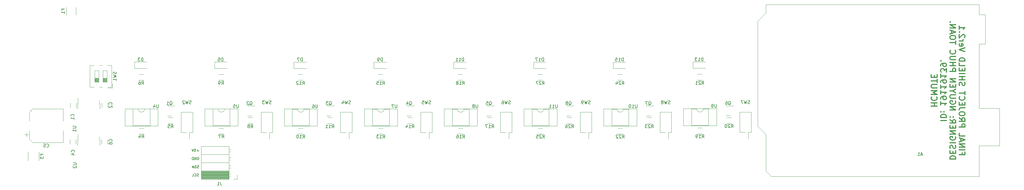
<source format=gbr>
%TF.GenerationSoftware,KiCad,Pcbnew,(6.0.11)*%
%TF.CreationDate,2023-05-25T03:36:55+07:00*%
%TF.ProjectId,RELAY_SHEILD_V2,52454c41-595f-4534-9845-494c445f5632,rev?*%
%TF.SameCoordinates,Original*%
%TF.FileFunction,Legend,Bot*%
%TF.FilePolarity,Positive*%
%FSLAX46Y46*%
G04 Gerber Fmt 4.6, Leading zero omitted, Abs format (unit mm)*
G04 Created by KiCad (PCBNEW (6.0.11)) date 2023-05-25 03:36:55*
%MOMM*%
%LPD*%
G01*
G04 APERTURE LIST*
%ADD10C,0.200000*%
%ADD11C,0.375000*%
%ADD12C,0.150000*%
%ADD13C,0.120000*%
G04 APERTURE END LIST*
D10*
X74028571Y-72993142D02*
X73419047Y-72993142D01*
X73723809Y-73297904D02*
X73723809Y-72688380D01*
X72657142Y-72497904D02*
X73038095Y-72497904D01*
X73076190Y-72878857D01*
X73038095Y-72840761D01*
X72961904Y-72802666D01*
X72771428Y-72802666D01*
X72695238Y-72840761D01*
X72657142Y-72878857D01*
X72619047Y-72955047D01*
X72619047Y-73145523D01*
X72657142Y-73221714D01*
X72695238Y-73259809D01*
X72771428Y-73297904D01*
X72961904Y-73297904D01*
X73038095Y-73259809D01*
X73076190Y-73221714D01*
X72390476Y-72497904D02*
X72123809Y-73297904D01*
X71857142Y-72497904D01*
X73609523Y-75112000D02*
X73685714Y-75073904D01*
X73800000Y-75073904D01*
X73914285Y-75112000D01*
X73990476Y-75188190D01*
X74028571Y-75264380D01*
X74066666Y-75416761D01*
X74066666Y-75531047D01*
X74028571Y-75683428D01*
X73990476Y-75759619D01*
X73914285Y-75835809D01*
X73800000Y-75873904D01*
X73723809Y-75873904D01*
X73609523Y-75835809D01*
X73571428Y-75797714D01*
X73571428Y-75531047D01*
X73723809Y-75531047D01*
X73228571Y-75873904D02*
X73228571Y-75073904D01*
X72771428Y-75873904D01*
X72771428Y-75073904D01*
X72390476Y-75873904D02*
X72390476Y-75073904D01*
X72200000Y-75073904D01*
X72085714Y-75112000D01*
X72009523Y-75188190D01*
X71971428Y-75264380D01*
X71933333Y-75416761D01*
X71933333Y-75531047D01*
X71971428Y-75683428D01*
X72009523Y-75759619D01*
X72085714Y-75835809D01*
X72200000Y-75873904D01*
X72390476Y-75873904D01*
X73971428Y-78411809D02*
X73857142Y-78449904D01*
X73666666Y-78449904D01*
X73590476Y-78411809D01*
X73552380Y-78373714D01*
X73514285Y-78297523D01*
X73514285Y-78221333D01*
X73552380Y-78145142D01*
X73590476Y-78107047D01*
X73666666Y-78068952D01*
X73819047Y-78030857D01*
X73895238Y-77992761D01*
X73933333Y-77954666D01*
X73971428Y-77878476D01*
X73971428Y-77802285D01*
X73933333Y-77726095D01*
X73895238Y-77688000D01*
X73819047Y-77649904D01*
X73628571Y-77649904D01*
X73514285Y-77688000D01*
X73171428Y-78449904D02*
X73171428Y-77649904D01*
X72980952Y-77649904D01*
X72866666Y-77688000D01*
X72790476Y-77764190D01*
X72752380Y-77840380D01*
X72714285Y-77992761D01*
X72714285Y-78107047D01*
X72752380Y-78259428D01*
X72790476Y-78335619D01*
X72866666Y-78411809D01*
X72980952Y-78449904D01*
X73171428Y-78449904D01*
X72409523Y-78221333D02*
X72028571Y-78221333D01*
X72485714Y-78449904D02*
X72219047Y-77649904D01*
X71952380Y-78449904D01*
X73952380Y-80987809D02*
X73838095Y-81025904D01*
X73647619Y-81025904D01*
X73571428Y-80987809D01*
X73533333Y-80949714D01*
X73495238Y-80873523D01*
X73495238Y-80797333D01*
X73533333Y-80721142D01*
X73571428Y-80683047D01*
X73647619Y-80644952D01*
X73800000Y-80606857D01*
X73876190Y-80568761D01*
X73914285Y-80530666D01*
X73952380Y-80454476D01*
X73952380Y-80378285D01*
X73914285Y-80302095D01*
X73876190Y-80264000D01*
X73800000Y-80225904D01*
X73609523Y-80225904D01*
X73495238Y-80264000D01*
X72695238Y-80949714D02*
X72733333Y-80987809D01*
X72847619Y-81025904D01*
X72923809Y-81025904D01*
X73038095Y-80987809D01*
X73114285Y-80911619D01*
X73152380Y-80835428D01*
X73190476Y-80683047D01*
X73190476Y-80568761D01*
X73152380Y-80416380D01*
X73114285Y-80340190D01*
X73038095Y-80264000D01*
X72923809Y-80225904D01*
X72847619Y-80225904D01*
X72733333Y-80264000D01*
X72695238Y-80302095D01*
X71971428Y-81025904D02*
X72352380Y-81025904D01*
X72352380Y-80225904D01*
D11*
X311441571Y-73714285D02*
X311441571Y-74314285D01*
X310498714Y-74314285D02*
X312298714Y-74314285D01*
X312298714Y-73457142D01*
X310498714Y-72771428D02*
X312298714Y-72771428D01*
X310498714Y-71914285D02*
X312298714Y-71914285D01*
X310498714Y-70885714D01*
X312298714Y-70885714D01*
X311013000Y-70114285D02*
X311013000Y-69257142D01*
X310498714Y-70285714D02*
X312298714Y-69685714D01*
X310498714Y-69085714D01*
X310498714Y-67628571D02*
X310498714Y-68485714D01*
X312298714Y-68485714D01*
X310498714Y-65657142D02*
X312298714Y-65657142D01*
X312298714Y-64971428D01*
X312213000Y-64800000D01*
X312127285Y-64714285D01*
X311955857Y-64628571D01*
X311698714Y-64628571D01*
X311527285Y-64714285D01*
X311441571Y-64800000D01*
X311355857Y-64971428D01*
X311355857Y-65657142D01*
X310498714Y-62828571D02*
X311355857Y-63428571D01*
X310498714Y-63857142D02*
X312298714Y-63857142D01*
X312298714Y-63171428D01*
X312213000Y-63000000D01*
X312127285Y-62914285D01*
X311955857Y-62828571D01*
X311698714Y-62828571D01*
X311527285Y-62914285D01*
X311441571Y-63000000D01*
X311355857Y-63171428D01*
X311355857Y-63857142D01*
X312298714Y-61714285D02*
X312298714Y-61371428D01*
X312213000Y-61200000D01*
X312041571Y-61028571D01*
X311698714Y-60942857D01*
X311098714Y-60942857D01*
X310755857Y-61028571D01*
X310584428Y-61200000D01*
X310498714Y-61371428D01*
X310498714Y-61714285D01*
X310584428Y-61885714D01*
X310755857Y-62057142D01*
X311098714Y-62142857D01*
X311698714Y-62142857D01*
X312041571Y-62057142D01*
X312213000Y-61885714D01*
X312298714Y-61714285D01*
X312298714Y-59657142D02*
X311013000Y-59657142D01*
X310755857Y-59742857D01*
X310584428Y-59914285D01*
X310498714Y-60171428D01*
X310498714Y-60342857D01*
X311441571Y-58800000D02*
X311441571Y-58200000D01*
X310498714Y-57942857D02*
X310498714Y-58800000D01*
X312298714Y-58800000D01*
X312298714Y-57942857D01*
X310670142Y-56142857D02*
X310584428Y-56228571D01*
X310498714Y-56485714D01*
X310498714Y-56657142D01*
X310584428Y-56914285D01*
X310755857Y-57085714D01*
X310927285Y-57171428D01*
X311270142Y-57257142D01*
X311527285Y-57257142D01*
X311870142Y-57171428D01*
X312041571Y-57085714D01*
X312213000Y-56914285D01*
X312298714Y-56657142D01*
X312298714Y-56485714D01*
X312213000Y-56228571D01*
X312127285Y-56142857D01*
X312298714Y-55628571D02*
X312298714Y-54600000D01*
X310498714Y-55114285D02*
X312298714Y-55114285D01*
X310584428Y-52714285D02*
X310498714Y-52457142D01*
X310498714Y-52028571D01*
X310584428Y-51857142D01*
X310670142Y-51771428D01*
X310841571Y-51685714D01*
X311013000Y-51685714D01*
X311184428Y-51771428D01*
X311270142Y-51857142D01*
X311355857Y-52028571D01*
X311441571Y-52371428D01*
X311527285Y-52542857D01*
X311613000Y-52628571D01*
X311784428Y-52714285D01*
X311955857Y-52714285D01*
X312127285Y-52628571D01*
X312213000Y-52542857D01*
X312298714Y-52371428D01*
X312298714Y-51942857D01*
X312213000Y-51685714D01*
X310498714Y-50914285D02*
X312298714Y-50914285D01*
X311441571Y-50914285D02*
X311441571Y-49885714D01*
X310498714Y-49885714D02*
X312298714Y-49885714D01*
X310498714Y-49028571D02*
X312298714Y-49028571D01*
X311441571Y-48171428D02*
X311441571Y-47571428D01*
X310498714Y-47314285D02*
X310498714Y-48171428D01*
X312298714Y-48171428D01*
X312298714Y-47314285D01*
X310498714Y-45685714D02*
X310498714Y-46542857D01*
X312298714Y-46542857D01*
X310498714Y-45085714D02*
X312298714Y-45085714D01*
X312298714Y-44657142D01*
X312213000Y-44400000D01*
X312041571Y-44228571D01*
X311870142Y-44142857D01*
X311527285Y-44057142D01*
X311270142Y-44057142D01*
X310927285Y-44142857D01*
X310755857Y-44228571D01*
X310584428Y-44400000D01*
X310498714Y-44657142D01*
X310498714Y-45085714D01*
X312298714Y-42171428D02*
X310498714Y-41571428D01*
X312298714Y-40971428D01*
X310584428Y-39685714D02*
X310498714Y-39857142D01*
X310498714Y-40200000D01*
X310584428Y-40371428D01*
X310755857Y-40457142D01*
X311441571Y-40457142D01*
X311613000Y-40371428D01*
X311698714Y-40200000D01*
X311698714Y-39857142D01*
X311613000Y-39685714D01*
X311441571Y-39600000D01*
X311270142Y-39600000D01*
X311098714Y-40457142D01*
X310498714Y-38828571D02*
X311698714Y-38828571D01*
X311355857Y-38828571D02*
X311527285Y-38742857D01*
X311613000Y-38657142D01*
X311698714Y-38485714D01*
X311698714Y-38314285D01*
X312127285Y-37800000D02*
X312213000Y-37714285D01*
X312298714Y-37542857D01*
X312298714Y-37114285D01*
X312213000Y-36942857D01*
X312127285Y-36857142D01*
X311955857Y-36771428D01*
X311784428Y-36771428D01*
X311527285Y-36857142D01*
X310498714Y-37885714D01*
X310498714Y-36771428D01*
X310670142Y-36000000D02*
X310584428Y-35914285D01*
X310498714Y-36000000D01*
X310584428Y-36085714D01*
X310670142Y-36000000D01*
X310498714Y-36000000D01*
X310498714Y-34200000D02*
X310498714Y-35228571D01*
X310498714Y-34714285D02*
X312298714Y-34714285D01*
X312041571Y-34885714D01*
X311870142Y-35057142D01*
X311784428Y-35228571D01*
X307600714Y-75685714D02*
X309400714Y-75685714D01*
X309400714Y-75257142D01*
X309315000Y-75000000D01*
X309143571Y-74828571D01*
X308972142Y-74742857D01*
X308629285Y-74657142D01*
X308372142Y-74657142D01*
X308029285Y-74742857D01*
X307857857Y-74828571D01*
X307686428Y-75000000D01*
X307600714Y-75257142D01*
X307600714Y-75685714D01*
X308543571Y-73885714D02*
X308543571Y-73285714D01*
X307600714Y-73028571D02*
X307600714Y-73885714D01*
X309400714Y-73885714D01*
X309400714Y-73028571D01*
X307686428Y-72342857D02*
X307600714Y-72085714D01*
X307600714Y-71657142D01*
X307686428Y-71485714D01*
X307772142Y-71400000D01*
X307943571Y-71314285D01*
X308115000Y-71314285D01*
X308286428Y-71400000D01*
X308372142Y-71485714D01*
X308457857Y-71657142D01*
X308543571Y-72000000D01*
X308629285Y-72171428D01*
X308715000Y-72257142D01*
X308886428Y-72342857D01*
X309057857Y-72342857D01*
X309229285Y-72257142D01*
X309315000Y-72171428D01*
X309400714Y-72000000D01*
X309400714Y-71571428D01*
X309315000Y-71314285D01*
X307600714Y-70542857D02*
X309400714Y-70542857D01*
X309315000Y-68742857D02*
X309400714Y-68914285D01*
X309400714Y-69171428D01*
X309315000Y-69428571D01*
X309143571Y-69600000D01*
X308972142Y-69685714D01*
X308629285Y-69771428D01*
X308372142Y-69771428D01*
X308029285Y-69685714D01*
X307857857Y-69600000D01*
X307686428Y-69428571D01*
X307600714Y-69171428D01*
X307600714Y-69000000D01*
X307686428Y-68742857D01*
X307772142Y-68657142D01*
X308372142Y-68657142D01*
X308372142Y-69000000D01*
X307600714Y-67885714D02*
X309400714Y-67885714D01*
X307600714Y-66857142D01*
X309400714Y-66857142D01*
X308543571Y-66000000D02*
X308543571Y-65400000D01*
X307600714Y-65142857D02*
X307600714Y-66000000D01*
X309400714Y-66000000D01*
X309400714Y-65142857D01*
X307600714Y-63342857D02*
X308457857Y-63942857D01*
X307600714Y-64371428D02*
X309400714Y-64371428D01*
X309400714Y-63685714D01*
X309315000Y-63514285D01*
X309229285Y-63428571D01*
X309057857Y-63342857D01*
X308800714Y-63342857D01*
X308629285Y-63428571D01*
X308543571Y-63514285D01*
X308457857Y-63685714D01*
X308457857Y-64371428D01*
X307772142Y-62571428D02*
X307686428Y-62485714D01*
X307600714Y-62571428D01*
X307686428Y-62657142D01*
X307772142Y-62571428D01*
X307600714Y-62571428D01*
X308715000Y-62571428D02*
X308629285Y-62485714D01*
X308543571Y-62571428D01*
X308629285Y-62657142D01*
X308715000Y-62571428D01*
X308543571Y-62571428D01*
X307600714Y-60342857D02*
X309400714Y-60342857D01*
X307600714Y-59314285D01*
X309400714Y-59314285D01*
X309315000Y-57514285D02*
X309400714Y-57685714D01*
X309400714Y-57942857D01*
X309315000Y-58200000D01*
X309143571Y-58371428D01*
X308972142Y-58457142D01*
X308629285Y-58542857D01*
X308372142Y-58542857D01*
X308029285Y-58457142D01*
X307857857Y-58371428D01*
X307686428Y-58200000D01*
X307600714Y-57942857D01*
X307600714Y-57771428D01*
X307686428Y-57514285D01*
X307772142Y-57428571D01*
X308372142Y-57428571D01*
X308372142Y-57771428D01*
X309400714Y-56657142D02*
X307943571Y-56657142D01*
X307772142Y-56571428D01*
X307686428Y-56485714D01*
X307600714Y-56314285D01*
X307600714Y-55971428D01*
X307686428Y-55800000D01*
X307772142Y-55714285D01*
X307943571Y-55628571D01*
X309400714Y-55628571D01*
X308457857Y-54428571D02*
X307600714Y-54428571D01*
X309400714Y-55028571D02*
X308457857Y-54428571D01*
X309400714Y-53828571D01*
X308543571Y-53228571D02*
X308543571Y-52628571D01*
X307600714Y-52371428D02*
X307600714Y-53228571D01*
X309400714Y-53228571D01*
X309400714Y-52371428D01*
X307600714Y-51600000D02*
X309400714Y-51600000D01*
X307600714Y-50571428D01*
X309400714Y-50571428D01*
X307600714Y-48342857D02*
X309400714Y-48342857D01*
X309400714Y-47657142D01*
X309315000Y-47485714D01*
X309229285Y-47400000D01*
X309057857Y-47314285D01*
X308800714Y-47314285D01*
X308629285Y-47400000D01*
X308543571Y-47485714D01*
X308457857Y-47657142D01*
X308457857Y-48342857D01*
X307600714Y-46542857D02*
X309400714Y-46542857D01*
X308543571Y-46542857D02*
X308543571Y-45514285D01*
X307600714Y-45514285D02*
X309400714Y-45514285D01*
X309400714Y-44657142D02*
X307943571Y-44657142D01*
X307772142Y-44571428D01*
X307686428Y-44485714D01*
X307600714Y-44314285D01*
X307600714Y-43971428D01*
X307686428Y-43800000D01*
X307772142Y-43714285D01*
X307943571Y-43628571D01*
X309400714Y-43628571D01*
X307772142Y-41742857D02*
X307686428Y-41828571D01*
X307600714Y-42085714D01*
X307600714Y-42257142D01*
X307686428Y-42514285D01*
X307857857Y-42685714D01*
X308029285Y-42771428D01*
X308372142Y-42857142D01*
X308629285Y-42857142D01*
X308972142Y-42771428D01*
X309143571Y-42685714D01*
X309315000Y-42514285D01*
X309400714Y-42257142D01*
X309400714Y-42085714D01*
X309315000Y-41828571D01*
X309229285Y-41742857D01*
X309400714Y-39857142D02*
X309400714Y-38828571D01*
X307600714Y-39342857D02*
X309400714Y-39342857D01*
X309400714Y-37885714D02*
X309400714Y-37542857D01*
X309315000Y-37371428D01*
X309143571Y-37200000D01*
X308800714Y-37114285D01*
X308200714Y-37114285D01*
X307857857Y-37200000D01*
X307686428Y-37371428D01*
X307600714Y-37542857D01*
X307600714Y-37885714D01*
X307686428Y-38057142D01*
X307857857Y-38228571D01*
X308200714Y-38314285D01*
X308800714Y-38314285D01*
X309143571Y-38228571D01*
X309315000Y-38057142D01*
X309400714Y-37885714D01*
X308115000Y-36428571D02*
X308115000Y-35571428D01*
X307600714Y-36600000D02*
X309400714Y-36000000D01*
X307600714Y-35400000D01*
X307600714Y-34800000D02*
X309400714Y-34800000D01*
X307600714Y-33771428D01*
X309400714Y-33771428D01*
X307772142Y-32914285D02*
X307686428Y-32828571D01*
X307600714Y-32914285D01*
X307686428Y-33000000D01*
X307772142Y-32914285D01*
X307600714Y-32914285D01*
X304702714Y-63600000D02*
X306502714Y-63600000D01*
X304702714Y-62742857D02*
X306502714Y-62742857D01*
X306502714Y-62314285D01*
X306417000Y-62057142D01*
X306245571Y-61885714D01*
X306074142Y-61800000D01*
X305731285Y-61714285D01*
X305474142Y-61714285D01*
X305131285Y-61800000D01*
X304959857Y-61885714D01*
X304788428Y-62057142D01*
X304702714Y-62314285D01*
X304702714Y-62742857D01*
X304874142Y-60942857D02*
X304788428Y-60857142D01*
X304702714Y-60942857D01*
X304788428Y-61028571D01*
X304874142Y-60942857D01*
X304702714Y-60942857D01*
X305817000Y-60942857D02*
X305731285Y-60857142D01*
X305645571Y-60942857D01*
X305731285Y-61028571D01*
X305817000Y-60942857D01*
X305645571Y-60942857D01*
X304702714Y-57771428D02*
X304702714Y-58800000D01*
X304702714Y-58285714D02*
X306502714Y-58285714D01*
X306245571Y-58457142D01*
X306074142Y-58628571D01*
X305988428Y-58800000D01*
X304702714Y-56914285D02*
X304702714Y-56571428D01*
X304788428Y-56400000D01*
X304874142Y-56314285D01*
X305131285Y-56142857D01*
X305474142Y-56057142D01*
X306159857Y-56057142D01*
X306331285Y-56142857D01*
X306417000Y-56228571D01*
X306502714Y-56400000D01*
X306502714Y-56742857D01*
X306417000Y-56914285D01*
X306331285Y-57000000D01*
X306159857Y-57085714D01*
X305731285Y-57085714D01*
X305559857Y-57000000D01*
X305474142Y-56914285D01*
X305388428Y-56742857D01*
X305388428Y-56400000D01*
X305474142Y-56228571D01*
X305559857Y-56142857D01*
X305731285Y-56057142D01*
X304702714Y-54342857D02*
X304702714Y-55371428D01*
X304702714Y-54857142D02*
X306502714Y-54857142D01*
X306245571Y-55028571D01*
X306074142Y-55200000D01*
X305988428Y-55371428D01*
X304702714Y-52628571D02*
X304702714Y-53657142D01*
X304702714Y-53142857D02*
X306502714Y-53142857D01*
X306245571Y-53314285D01*
X306074142Y-53485714D01*
X305988428Y-53657142D01*
X304702714Y-51771428D02*
X304702714Y-51428571D01*
X304788428Y-51257142D01*
X304874142Y-51171428D01*
X305131285Y-51000000D01*
X305474142Y-50914285D01*
X306159857Y-50914285D01*
X306331285Y-51000000D01*
X306417000Y-51085714D01*
X306502714Y-51257142D01*
X306502714Y-51600000D01*
X306417000Y-51771428D01*
X306331285Y-51857142D01*
X306159857Y-51942857D01*
X305731285Y-51942857D01*
X305559857Y-51857142D01*
X305474142Y-51771428D01*
X305388428Y-51600000D01*
X305388428Y-51257142D01*
X305474142Y-51085714D01*
X305559857Y-51000000D01*
X305731285Y-50914285D01*
X304702714Y-49200000D02*
X304702714Y-50228571D01*
X304702714Y-49714285D02*
X306502714Y-49714285D01*
X306245571Y-49885714D01*
X306074142Y-50057142D01*
X305988428Y-50228571D01*
X306502714Y-48600000D02*
X306502714Y-47485714D01*
X305817000Y-48085714D01*
X305817000Y-47828571D01*
X305731285Y-47657142D01*
X305645571Y-47571428D01*
X305474142Y-47485714D01*
X305045571Y-47485714D01*
X304874142Y-47571428D01*
X304788428Y-47657142D01*
X304702714Y-47828571D01*
X304702714Y-48342857D01*
X304788428Y-48514285D01*
X304874142Y-48600000D01*
X304702714Y-46628571D02*
X304702714Y-46285714D01*
X304788428Y-46114285D01*
X304874142Y-46028571D01*
X305131285Y-45857142D01*
X305474142Y-45771428D01*
X306159857Y-45771428D01*
X306331285Y-45857142D01*
X306417000Y-45942857D01*
X306502714Y-46114285D01*
X306502714Y-46457142D01*
X306417000Y-46628571D01*
X306331285Y-46714285D01*
X306159857Y-46800000D01*
X305731285Y-46800000D01*
X305559857Y-46714285D01*
X305474142Y-46628571D01*
X305388428Y-46457142D01*
X305388428Y-46114285D01*
X305474142Y-45942857D01*
X305559857Y-45857142D01*
X305731285Y-45771428D01*
X304874142Y-45000000D02*
X304788428Y-44914285D01*
X304702714Y-45000000D01*
X304788428Y-45085714D01*
X304874142Y-45000000D01*
X304702714Y-45000000D01*
X301804714Y-59185714D02*
X303604714Y-59185714D01*
X302747571Y-59185714D02*
X302747571Y-58157142D01*
X301804714Y-58157142D02*
X303604714Y-58157142D01*
X301976142Y-56271428D02*
X301890428Y-56357142D01*
X301804714Y-56614285D01*
X301804714Y-56785714D01*
X301890428Y-57042857D01*
X302061857Y-57214285D01*
X302233285Y-57300000D01*
X302576142Y-57385714D01*
X302833285Y-57385714D01*
X303176142Y-57300000D01*
X303347571Y-57214285D01*
X303519000Y-57042857D01*
X303604714Y-56785714D01*
X303604714Y-56614285D01*
X303519000Y-56357142D01*
X303433285Y-56271428D01*
X301804714Y-55500000D02*
X303604714Y-55500000D01*
X302319000Y-54900000D01*
X303604714Y-54300000D01*
X301804714Y-54300000D01*
X303604714Y-53442857D02*
X302147571Y-53442857D01*
X301976142Y-53357142D01*
X301890428Y-53271428D01*
X301804714Y-53100000D01*
X301804714Y-52757142D01*
X301890428Y-52585714D01*
X301976142Y-52500000D01*
X302147571Y-52414285D01*
X303604714Y-52414285D01*
X303604714Y-51814285D02*
X303604714Y-50785714D01*
X301804714Y-51300000D02*
X303604714Y-51300000D01*
X302747571Y-50185714D02*
X302747571Y-49585714D01*
X301804714Y-49328571D02*
X301804714Y-50185714D01*
X303604714Y-50185714D01*
X303604714Y-49328571D01*
D12*
%TO.C,R5*%
X65371666Y-65903380D02*
X65705000Y-65427190D01*
X65943095Y-65903380D02*
X65943095Y-64903380D01*
X65562142Y-64903380D01*
X65466904Y-64951000D01*
X65419285Y-64998619D01*
X65371666Y-65093857D01*
X65371666Y-65236714D01*
X65419285Y-65331952D01*
X65466904Y-65379571D01*
X65562142Y-65427190D01*
X65943095Y-65427190D01*
X64466904Y-64903380D02*
X64943095Y-64903380D01*
X64990714Y-65379571D01*
X64943095Y-65331952D01*
X64847857Y-65284333D01*
X64609761Y-65284333D01*
X64514523Y-65331952D01*
X64466904Y-65379571D01*
X64419285Y-65474809D01*
X64419285Y-65712904D01*
X64466904Y-65808142D01*
X64514523Y-65855761D01*
X64609761Y-65903380D01*
X64847857Y-65903380D01*
X64943095Y-65855761D01*
X64990714Y-65808142D01*
%TO.C,Q8*%
X189107738Y-58792619D02*
X189202976Y-58745000D01*
X189298214Y-58649761D01*
X189441071Y-58506904D01*
X189536309Y-58459285D01*
X189631547Y-58459285D01*
X189583928Y-58697380D02*
X189679166Y-58649761D01*
X189774404Y-58554523D01*
X189822023Y-58364047D01*
X189822023Y-58030714D01*
X189774404Y-57840238D01*
X189679166Y-57745000D01*
X189583928Y-57697380D01*
X189393452Y-57697380D01*
X189298214Y-57745000D01*
X189202976Y-57840238D01*
X189155357Y-58030714D01*
X189155357Y-58364047D01*
X189202976Y-58554523D01*
X189298214Y-58649761D01*
X189393452Y-58697380D01*
X189583928Y-58697380D01*
X188583928Y-58125952D02*
X188679166Y-58078333D01*
X188726785Y-58030714D01*
X188774404Y-57935476D01*
X188774404Y-57887857D01*
X188726785Y-57792619D01*
X188679166Y-57745000D01*
X188583928Y-57697380D01*
X188393452Y-57697380D01*
X188298214Y-57745000D01*
X188250595Y-57792619D01*
X188202976Y-57887857D01*
X188202976Y-57935476D01*
X188250595Y-58030714D01*
X188298214Y-58078333D01*
X188393452Y-58125952D01*
X188583928Y-58125952D01*
X188679166Y-58173571D01*
X188726785Y-58221190D01*
X188774404Y-58316428D01*
X188774404Y-58506904D01*
X188726785Y-58602142D01*
X188679166Y-58649761D01*
X188583928Y-58697380D01*
X188393452Y-58697380D01*
X188298214Y-58649761D01*
X188250595Y-58602142D01*
X188202976Y-58506904D01*
X188202976Y-58316428D01*
X188250595Y-58221190D01*
X188298214Y-58173571D01*
X188393452Y-58125952D01*
%TO.C,R9*%
X81124166Y-52388380D02*
X81457500Y-51912190D01*
X81695595Y-52388380D02*
X81695595Y-51388380D01*
X81314642Y-51388380D01*
X81219404Y-51436000D01*
X81171785Y-51483619D01*
X81124166Y-51578857D01*
X81124166Y-51721714D01*
X81171785Y-51816952D01*
X81219404Y-51864571D01*
X81314642Y-51912190D01*
X81695595Y-51912190D01*
X80647976Y-52388380D02*
X80457500Y-52388380D01*
X80362261Y-52340761D01*
X80314642Y-52293142D01*
X80219404Y-52150285D01*
X80171785Y-51959809D01*
X80171785Y-51578857D01*
X80219404Y-51483619D01*
X80267023Y-51436000D01*
X80362261Y-51388380D01*
X80552738Y-51388380D01*
X80647976Y-51436000D01*
X80695595Y-51483619D01*
X80743214Y-51578857D01*
X80743214Y-51816952D01*
X80695595Y-51912190D01*
X80647976Y-51959809D01*
X80552738Y-52007428D01*
X80362261Y-52007428D01*
X80267023Y-51959809D01*
X80219404Y-51912190D01*
X80171785Y-51816952D01*
%TO.C,SW9*%
X195745833Y-58399761D02*
X195602976Y-58447380D01*
X195364880Y-58447380D01*
X195269642Y-58399761D01*
X195222023Y-58352142D01*
X195174404Y-58256904D01*
X195174404Y-58161666D01*
X195222023Y-58066428D01*
X195269642Y-58018809D01*
X195364880Y-57971190D01*
X195555357Y-57923571D01*
X195650595Y-57875952D01*
X195698214Y-57828333D01*
X195745833Y-57733095D01*
X195745833Y-57637857D01*
X195698214Y-57542619D01*
X195650595Y-57495000D01*
X195555357Y-57447380D01*
X195317261Y-57447380D01*
X195174404Y-57495000D01*
X194841071Y-57447380D02*
X194602976Y-58447380D01*
X194412500Y-57733095D01*
X194222023Y-58447380D01*
X193983928Y-57447380D01*
X193555357Y-58447380D02*
X193364880Y-58447380D01*
X193269642Y-58399761D01*
X193222023Y-58352142D01*
X193126785Y-58209285D01*
X193079166Y-58018809D01*
X193079166Y-57637857D01*
X193126785Y-57542619D01*
X193174404Y-57495000D01*
X193269642Y-57447380D01*
X193460119Y-57447380D01*
X193555357Y-57495000D01*
X193602976Y-57542619D01*
X193650595Y-57637857D01*
X193650595Y-57875952D01*
X193602976Y-57971190D01*
X193555357Y-58018809D01*
X193460119Y-58066428D01*
X193269642Y-58066428D01*
X193174404Y-58018809D01*
X193126785Y-57971190D01*
X193079166Y-57875952D01*
%TO.C,C1*%
X35144880Y-62316071D02*
X35192499Y-62268452D01*
X35240118Y-62125595D01*
X35240118Y-62030357D01*
X35192499Y-61887499D01*
X35097261Y-61792261D01*
X35002023Y-61744642D01*
X34811547Y-61697023D01*
X34668690Y-61697023D01*
X34478214Y-61744642D01*
X34382976Y-61792261D01*
X34287738Y-61887499D01*
X34240118Y-62030357D01*
X34240118Y-62125595D01*
X34287738Y-62268452D01*
X34335357Y-62316071D01*
X35240118Y-63268452D02*
X35240118Y-62697023D01*
X35240118Y-62982738D02*
X34240118Y-62982738D01*
X34382976Y-62887499D01*
X34478214Y-62792261D01*
X34525833Y-62697023D01*
%TO.C,R6*%
X56259166Y-52388380D02*
X56592500Y-51912190D01*
X56830595Y-52388380D02*
X56830595Y-51388380D01*
X56449642Y-51388380D01*
X56354404Y-51436000D01*
X56306785Y-51483619D01*
X56259166Y-51578857D01*
X56259166Y-51721714D01*
X56306785Y-51816952D01*
X56354404Y-51864571D01*
X56449642Y-51912190D01*
X56830595Y-51912190D01*
X55402023Y-51388380D02*
X55592500Y-51388380D01*
X55687738Y-51436000D01*
X55735357Y-51483619D01*
X55830595Y-51626476D01*
X55878214Y-51816952D01*
X55878214Y-52197904D01*
X55830595Y-52293142D01*
X55782976Y-52340761D01*
X55687738Y-52388380D01*
X55497261Y-52388380D01*
X55402023Y-52340761D01*
X55354404Y-52293142D01*
X55306785Y-52197904D01*
X55306785Y-51959809D01*
X55354404Y-51864571D01*
X55402023Y-51816952D01*
X55497261Y-51769333D01*
X55687738Y-51769333D01*
X55782976Y-51816952D01*
X55830595Y-51864571D01*
X55878214Y-51959809D01*
%TO.C,U6*%
X110961904Y-58652380D02*
X110961904Y-59461904D01*
X110914285Y-59557142D01*
X110866666Y-59604761D01*
X110771428Y-59652380D01*
X110580952Y-59652380D01*
X110485714Y-59604761D01*
X110438095Y-59557142D01*
X110390476Y-59461904D01*
X110390476Y-58652380D01*
X109485714Y-58652380D02*
X109676190Y-58652380D01*
X109771428Y-58700000D01*
X109819047Y-58747619D01*
X109914285Y-58890476D01*
X109961904Y-59080952D01*
X109961904Y-59461904D01*
X109914285Y-59557142D01*
X109866666Y-59604761D01*
X109771428Y-59652380D01*
X109580952Y-59652380D01*
X109485714Y-59604761D01*
X109438095Y-59557142D01*
X109390476Y-59461904D01*
X109390476Y-59223809D01*
X109438095Y-59128571D01*
X109485714Y-59080952D01*
X109580952Y-59033333D01*
X109771428Y-59033333D01*
X109866666Y-59080952D01*
X109914285Y-59128571D01*
X109961904Y-59223809D01*
%TO.C,Q5*%
X164287738Y-58802619D02*
X164382976Y-58755000D01*
X164478214Y-58659761D01*
X164621071Y-58516904D01*
X164716309Y-58469285D01*
X164811547Y-58469285D01*
X164763928Y-58707380D02*
X164859166Y-58659761D01*
X164954404Y-58564523D01*
X165002023Y-58374047D01*
X165002023Y-58040714D01*
X164954404Y-57850238D01*
X164859166Y-57755000D01*
X164763928Y-57707380D01*
X164573452Y-57707380D01*
X164478214Y-57755000D01*
X164382976Y-57850238D01*
X164335357Y-58040714D01*
X164335357Y-58374047D01*
X164382976Y-58564523D01*
X164478214Y-58659761D01*
X164573452Y-58707380D01*
X164763928Y-58707380D01*
X163430595Y-57707380D02*
X163906785Y-57707380D01*
X163954404Y-58183571D01*
X163906785Y-58135952D01*
X163811547Y-58088333D01*
X163573452Y-58088333D01*
X163478214Y-58135952D01*
X163430595Y-58183571D01*
X163382976Y-58278809D01*
X163382976Y-58516904D01*
X163430595Y-58612142D01*
X163478214Y-58659761D01*
X163573452Y-58707380D01*
X163811547Y-58707380D01*
X163906785Y-58659761D01*
X163954404Y-58612142D01*
%TO.C,R13*%
X131275357Y-69097380D02*
X131608690Y-68621190D01*
X131846785Y-69097380D02*
X131846785Y-68097380D01*
X131465833Y-68097380D01*
X131370595Y-68145000D01*
X131322976Y-68192619D01*
X131275357Y-68287857D01*
X131275357Y-68430714D01*
X131322976Y-68525952D01*
X131370595Y-68573571D01*
X131465833Y-68621190D01*
X131846785Y-68621190D01*
X130322976Y-69097380D02*
X130894404Y-69097380D01*
X130608690Y-69097380D02*
X130608690Y-68097380D01*
X130703928Y-68240238D01*
X130799166Y-68335476D01*
X130894404Y-68383095D01*
X129989642Y-68097380D02*
X129370595Y-68097380D01*
X129703928Y-68478333D01*
X129561071Y-68478333D01*
X129465833Y-68525952D01*
X129418214Y-68573571D01*
X129370595Y-68668809D01*
X129370595Y-68906904D01*
X129418214Y-69002142D01*
X129465833Y-69049761D01*
X129561071Y-69097380D01*
X129846785Y-69097380D01*
X129942023Y-69049761D01*
X129989642Y-69002142D01*
%TO.C,U8*%
X160761904Y-58652380D02*
X160761904Y-59461904D01*
X160714285Y-59557142D01*
X160666666Y-59604761D01*
X160571428Y-59652380D01*
X160380952Y-59652380D01*
X160285714Y-59604761D01*
X160238095Y-59557142D01*
X160190476Y-59461904D01*
X160190476Y-58652380D01*
X159571428Y-59080952D02*
X159666666Y-59033333D01*
X159714285Y-58985714D01*
X159761904Y-58890476D01*
X159761904Y-58842857D01*
X159714285Y-58747619D01*
X159666666Y-58700000D01*
X159571428Y-58652380D01*
X159380952Y-58652380D01*
X159285714Y-58700000D01*
X159238095Y-58747619D01*
X159190476Y-58842857D01*
X159190476Y-58890476D01*
X159238095Y-58985714D01*
X159285714Y-59033333D01*
X159380952Y-59080952D01*
X159571428Y-59080952D01*
X159666666Y-59128571D01*
X159714285Y-59176190D01*
X159761904Y-59271428D01*
X159761904Y-59461904D01*
X159714285Y-59557142D01*
X159666666Y-59604761D01*
X159571428Y-59652380D01*
X159380952Y-59652380D01*
X159285714Y-59604761D01*
X159238095Y-59557142D01*
X159190476Y-59461904D01*
X159190476Y-59271428D01*
X159238095Y-59176190D01*
X159285714Y-59128571D01*
X159380952Y-59080952D01*
%TO.C,D3*%
X56680595Y-45083380D02*
X56680595Y-44083380D01*
X56442500Y-44083380D01*
X56299642Y-44131000D01*
X56204404Y-44226238D01*
X56156785Y-44321476D01*
X56109166Y-44511952D01*
X56109166Y-44654809D01*
X56156785Y-44845285D01*
X56204404Y-44940523D01*
X56299642Y-45035761D01*
X56442500Y-45083380D01*
X56680595Y-45083380D01*
X55775833Y-44083380D02*
X55156785Y-44083380D01*
X55490119Y-44464333D01*
X55347261Y-44464333D01*
X55252023Y-44511952D01*
X55204404Y-44559571D01*
X55156785Y-44654809D01*
X55156785Y-44892904D01*
X55204404Y-44988142D01*
X55252023Y-45035761D01*
X55347261Y-45083380D01*
X55632976Y-45083380D01*
X55728214Y-45035761D01*
X55775833Y-44988142D01*
%TO.C,R7*%
X81199166Y-69083380D02*
X81532500Y-68607190D01*
X81770595Y-69083380D02*
X81770595Y-68083380D01*
X81389642Y-68083380D01*
X81294404Y-68131000D01*
X81246785Y-68178619D01*
X81199166Y-68273857D01*
X81199166Y-68416714D01*
X81246785Y-68511952D01*
X81294404Y-68559571D01*
X81389642Y-68607190D01*
X81770595Y-68607190D01*
X80865833Y-68083380D02*
X80199166Y-68083380D01*
X80627738Y-69083380D01*
%TO.C,Q7*%
X213907738Y-58792619D02*
X214002976Y-58745000D01*
X214098214Y-58649761D01*
X214241071Y-58506904D01*
X214336309Y-58459285D01*
X214431547Y-58459285D01*
X214383928Y-58697380D02*
X214479166Y-58649761D01*
X214574404Y-58554523D01*
X214622023Y-58364047D01*
X214622023Y-58030714D01*
X214574404Y-57840238D01*
X214479166Y-57745000D01*
X214383928Y-57697380D01*
X214193452Y-57697380D01*
X214098214Y-57745000D01*
X214002976Y-57840238D01*
X213955357Y-58030714D01*
X213955357Y-58364047D01*
X214002976Y-58554523D01*
X214098214Y-58649761D01*
X214193452Y-58697380D01*
X214383928Y-58697380D01*
X213622023Y-57697380D02*
X212955357Y-57697380D01*
X213383928Y-58697380D01*
%TO.C,Q1*%
X65012738Y-58778619D02*
X65107976Y-58731000D01*
X65203214Y-58635761D01*
X65346071Y-58492904D01*
X65441309Y-58445285D01*
X65536547Y-58445285D01*
X65488928Y-58683380D02*
X65584166Y-58635761D01*
X65679404Y-58540523D01*
X65727023Y-58350047D01*
X65727023Y-58016714D01*
X65679404Y-57826238D01*
X65584166Y-57731000D01*
X65488928Y-57683380D01*
X65298452Y-57683380D01*
X65203214Y-57731000D01*
X65107976Y-57826238D01*
X65060357Y-58016714D01*
X65060357Y-58350047D01*
X65107976Y-58540523D01*
X65203214Y-58635761D01*
X65298452Y-58683380D01*
X65488928Y-58683380D01*
X64107976Y-58683380D02*
X64679404Y-58683380D01*
X64393690Y-58683380D02*
X64393690Y-57683380D01*
X64488928Y-57826238D01*
X64584166Y-57921476D01*
X64679404Y-57969095D01*
%TO.C,R11*%
X115397857Y-65917380D02*
X115731190Y-65441190D01*
X115969285Y-65917380D02*
X115969285Y-64917380D01*
X115588333Y-64917380D01*
X115493095Y-64965000D01*
X115445476Y-65012619D01*
X115397857Y-65107857D01*
X115397857Y-65250714D01*
X115445476Y-65345952D01*
X115493095Y-65393571D01*
X115588333Y-65441190D01*
X115969285Y-65441190D01*
X114445476Y-65917380D02*
X115016904Y-65917380D01*
X114731190Y-65917380D02*
X114731190Y-64917380D01*
X114826428Y-65060238D01*
X114921666Y-65155476D01*
X115016904Y-65203095D01*
X113493095Y-65917380D02*
X114064523Y-65917380D01*
X113778809Y-65917380D02*
X113778809Y-64917380D01*
X113874047Y-65060238D01*
X113969285Y-65155476D01*
X114064523Y-65203095D01*
%TO.C,C6*%
X46957142Y-70133333D02*
X47004761Y-70085714D01*
X47052380Y-69942857D01*
X47052380Y-69847619D01*
X47004761Y-69704761D01*
X46909523Y-69609523D01*
X46814285Y-69561904D01*
X46623809Y-69514285D01*
X46480952Y-69514285D01*
X46290476Y-69561904D01*
X46195238Y-69609523D01*
X46100000Y-69704761D01*
X46052380Y-69847619D01*
X46052380Y-69942857D01*
X46100000Y-70085714D01*
X46147619Y-70133333D01*
X46052380Y-70990476D02*
X46052380Y-70800000D01*
X46100000Y-70704761D01*
X46147619Y-70657142D01*
X46290476Y-70561904D01*
X46480952Y-70514285D01*
X46861904Y-70514285D01*
X46957142Y-70561904D01*
X47004761Y-70609523D01*
X47052380Y-70704761D01*
X47052380Y-70895238D01*
X47004761Y-70990476D01*
X46957142Y-71038095D01*
X46861904Y-71085714D01*
X46623809Y-71085714D01*
X46528571Y-71038095D01*
X46480952Y-70990476D01*
X46433333Y-70895238D01*
X46433333Y-70704761D01*
X46480952Y-70609523D01*
X46528571Y-70561904D01*
X46623809Y-70514285D01*
%TO.C,SW3*%
X96515833Y-58385761D02*
X96372976Y-58433380D01*
X96134880Y-58433380D01*
X96039642Y-58385761D01*
X95992023Y-58338142D01*
X95944404Y-58242904D01*
X95944404Y-58147666D01*
X95992023Y-58052428D01*
X96039642Y-58004809D01*
X96134880Y-57957190D01*
X96325357Y-57909571D01*
X96420595Y-57861952D01*
X96468214Y-57814333D01*
X96515833Y-57719095D01*
X96515833Y-57623857D01*
X96468214Y-57528619D01*
X96420595Y-57481000D01*
X96325357Y-57433380D01*
X96087261Y-57433380D01*
X95944404Y-57481000D01*
X95611071Y-57433380D02*
X95372976Y-58433380D01*
X95182500Y-57719095D01*
X94992023Y-58433380D01*
X94753928Y-57433380D01*
X94468214Y-57433380D02*
X93849166Y-57433380D01*
X94182500Y-57814333D01*
X94039642Y-57814333D01*
X93944404Y-57861952D01*
X93896785Y-57909571D01*
X93849166Y-58004809D01*
X93849166Y-58242904D01*
X93896785Y-58338142D01*
X93944404Y-58385761D01*
X94039642Y-58433380D01*
X94325357Y-58433380D01*
X94420595Y-58385761D01*
X94468214Y-58338142D01*
%TO.C,C2*%
X46957142Y-58633333D02*
X47004761Y-58585714D01*
X47052380Y-58442857D01*
X47052380Y-58347619D01*
X47004761Y-58204761D01*
X46909523Y-58109523D01*
X46814285Y-58061904D01*
X46623809Y-58014285D01*
X46480952Y-58014285D01*
X46290476Y-58061904D01*
X46195238Y-58109523D01*
X46100000Y-58204761D01*
X46052380Y-58347619D01*
X46052380Y-58442857D01*
X46100000Y-58585714D01*
X46147619Y-58633333D01*
X46147619Y-59014285D02*
X46100000Y-59061904D01*
X46052380Y-59157142D01*
X46052380Y-59395238D01*
X46100000Y-59490476D01*
X46147619Y-59538095D01*
X46242857Y-59585714D01*
X46338095Y-59585714D01*
X46480952Y-59538095D01*
X47052380Y-58966666D01*
X47052380Y-59585714D01*
%TO.C,SW7*%
X245345833Y-58337886D02*
X245202976Y-58385505D01*
X244964880Y-58385505D01*
X244869642Y-58337886D01*
X244822023Y-58290267D01*
X244774404Y-58195029D01*
X244774404Y-58099791D01*
X244822023Y-58004553D01*
X244869642Y-57956934D01*
X244964880Y-57909315D01*
X245155357Y-57861696D01*
X245250595Y-57814077D01*
X245298214Y-57766458D01*
X245345833Y-57671220D01*
X245345833Y-57575982D01*
X245298214Y-57480744D01*
X245250595Y-57433125D01*
X245155357Y-57385505D01*
X244917261Y-57385505D01*
X244774404Y-57433125D01*
X244441071Y-57385505D02*
X244202976Y-58385505D01*
X244012500Y-57671220D01*
X243822023Y-58385505D01*
X243583928Y-57385505D01*
X243298214Y-57385505D02*
X242631547Y-57385505D01*
X243060119Y-58385505D01*
%TO.C,SW2*%
X71650833Y-58385761D02*
X71507976Y-58433380D01*
X71269880Y-58433380D01*
X71174642Y-58385761D01*
X71127023Y-58338142D01*
X71079404Y-58242904D01*
X71079404Y-58147666D01*
X71127023Y-58052428D01*
X71174642Y-58004809D01*
X71269880Y-57957190D01*
X71460357Y-57909571D01*
X71555595Y-57861952D01*
X71603214Y-57814333D01*
X71650833Y-57719095D01*
X71650833Y-57623857D01*
X71603214Y-57528619D01*
X71555595Y-57481000D01*
X71460357Y-57433380D01*
X71222261Y-57433380D01*
X71079404Y-57481000D01*
X70746071Y-57433380D02*
X70507976Y-58433380D01*
X70317500Y-57719095D01*
X70127023Y-58433380D01*
X69888928Y-57433380D01*
X69555595Y-57528619D02*
X69507976Y-57481000D01*
X69412738Y-57433380D01*
X69174642Y-57433380D01*
X69079404Y-57481000D01*
X69031785Y-57528619D01*
X68984166Y-57623857D01*
X68984166Y-57719095D01*
X69031785Y-57861952D01*
X69603214Y-58433380D01*
X68984166Y-58433380D01*
%TO.C,F3*%
X25178571Y-74441666D02*
X25178571Y-74108333D01*
X25702380Y-74108333D02*
X24702380Y-74108333D01*
X24702380Y-74584523D01*
X24702380Y-74870238D02*
X24702380Y-75489285D01*
X25083333Y-75155952D01*
X25083333Y-75298809D01*
X25130952Y-75394047D01*
X25178571Y-75441666D01*
X25273809Y-75489285D01*
X25511904Y-75489285D01*
X25607142Y-75441666D01*
X25654761Y-75394047D01*
X25702380Y-75298809D01*
X25702380Y-75013095D01*
X25654761Y-74917857D01*
X25607142Y-74870238D01*
%TO.C,R21*%
X230430357Y-52340505D02*
X230763690Y-51864315D01*
X231001785Y-52340505D02*
X231001785Y-51340505D01*
X230620833Y-51340505D01*
X230525595Y-51388125D01*
X230477976Y-51435744D01*
X230430357Y-51530982D01*
X230430357Y-51673839D01*
X230477976Y-51769077D01*
X230525595Y-51816696D01*
X230620833Y-51864315D01*
X231001785Y-51864315D01*
X230049404Y-51435744D02*
X230001785Y-51388125D01*
X229906547Y-51340505D01*
X229668452Y-51340505D01*
X229573214Y-51388125D01*
X229525595Y-51435744D01*
X229477976Y-51530982D01*
X229477976Y-51626220D01*
X229525595Y-51769077D01*
X230097023Y-52340505D01*
X229477976Y-52340505D01*
X228525595Y-52340505D02*
X229097023Y-52340505D01*
X228811309Y-52340505D02*
X228811309Y-51340505D01*
X228906547Y-51483363D01*
X229001785Y-51578601D01*
X229097023Y-51626220D01*
%TO.C,SW5*%
X146115833Y-58399761D02*
X145972976Y-58447380D01*
X145734880Y-58447380D01*
X145639642Y-58399761D01*
X145592023Y-58352142D01*
X145544404Y-58256904D01*
X145544404Y-58161666D01*
X145592023Y-58066428D01*
X145639642Y-58018809D01*
X145734880Y-57971190D01*
X145925357Y-57923571D01*
X146020595Y-57875952D01*
X146068214Y-57828333D01*
X146115833Y-57733095D01*
X146115833Y-57637857D01*
X146068214Y-57542619D01*
X146020595Y-57495000D01*
X145925357Y-57447380D01*
X145687261Y-57447380D01*
X145544404Y-57495000D01*
X145211071Y-57447380D02*
X144972976Y-58447380D01*
X144782500Y-57733095D01*
X144592023Y-58447380D01*
X144353928Y-57447380D01*
X143496785Y-57447380D02*
X143972976Y-57447380D01*
X144020595Y-57923571D01*
X143972976Y-57875952D01*
X143877738Y-57828333D01*
X143639642Y-57828333D01*
X143544404Y-57875952D01*
X143496785Y-57923571D01*
X143449166Y-58018809D01*
X143449166Y-58256904D01*
X143496785Y-58352142D01*
X143544404Y-58399761D01*
X143639642Y-58447380D01*
X143877738Y-58447380D01*
X143972976Y-58399761D01*
X144020595Y-58352142D01*
%TO.C,D13*%
X230851785Y-45035505D02*
X230851785Y-44035505D01*
X230613690Y-44035505D01*
X230470833Y-44083125D01*
X230375595Y-44178363D01*
X230327976Y-44273601D01*
X230280357Y-44464077D01*
X230280357Y-44606934D01*
X230327976Y-44797410D01*
X230375595Y-44892648D01*
X230470833Y-44987886D01*
X230613690Y-45035505D01*
X230851785Y-45035505D01*
X229327976Y-45035505D02*
X229899404Y-45035505D01*
X229613690Y-45035505D02*
X229613690Y-44035505D01*
X229708928Y-44178363D01*
X229804166Y-44273601D01*
X229899404Y-44321220D01*
X228994642Y-44035505D02*
X228375595Y-44035505D01*
X228708928Y-44416458D01*
X228566071Y-44416458D01*
X228470833Y-44464077D01*
X228423214Y-44511696D01*
X228375595Y-44606934D01*
X228375595Y-44845029D01*
X228423214Y-44940267D01*
X228470833Y-44987886D01*
X228566071Y-45035505D01*
X228851785Y-45035505D01*
X228947023Y-44987886D01*
X228994642Y-44940267D01*
%TO.C,R8*%
X90236666Y-65903380D02*
X90570000Y-65427190D01*
X90808095Y-65903380D02*
X90808095Y-64903380D01*
X90427142Y-64903380D01*
X90331904Y-64951000D01*
X90284285Y-64998619D01*
X90236666Y-65093857D01*
X90236666Y-65236714D01*
X90284285Y-65331952D01*
X90331904Y-65379571D01*
X90427142Y-65427190D01*
X90808095Y-65427190D01*
X89665238Y-65331952D02*
X89760476Y-65284333D01*
X89808095Y-65236714D01*
X89855714Y-65141476D01*
X89855714Y-65093857D01*
X89808095Y-64998619D01*
X89760476Y-64951000D01*
X89665238Y-64903380D01*
X89474761Y-64903380D01*
X89379523Y-64951000D01*
X89331904Y-64998619D01*
X89284285Y-65093857D01*
X89284285Y-65141476D01*
X89331904Y-65236714D01*
X89379523Y-65284333D01*
X89474761Y-65331952D01*
X89665238Y-65331952D01*
X89760476Y-65379571D01*
X89808095Y-65427190D01*
X89855714Y-65522428D01*
X89855714Y-65712904D01*
X89808095Y-65808142D01*
X89760476Y-65855761D01*
X89665238Y-65903380D01*
X89474761Y-65903380D01*
X89379523Y-65855761D01*
X89331904Y-65808142D01*
X89284285Y-65712904D01*
X89284285Y-65522428D01*
X89331904Y-65427190D01*
X89379523Y-65379571D01*
X89474761Y-65331952D01*
%TO.C,R14*%
X140312857Y-65917380D02*
X140646190Y-65441190D01*
X140884285Y-65917380D02*
X140884285Y-64917380D01*
X140503333Y-64917380D01*
X140408095Y-64965000D01*
X140360476Y-65012619D01*
X140312857Y-65107857D01*
X140312857Y-65250714D01*
X140360476Y-65345952D01*
X140408095Y-65393571D01*
X140503333Y-65441190D01*
X140884285Y-65441190D01*
X139360476Y-65917380D02*
X139931904Y-65917380D01*
X139646190Y-65917380D02*
X139646190Y-64917380D01*
X139741428Y-65060238D01*
X139836666Y-65155476D01*
X139931904Y-65203095D01*
X138503333Y-65250714D02*
X138503333Y-65917380D01*
X138741428Y-64869761D02*
X138979523Y-65584047D01*
X138360476Y-65584047D01*
%TO.C,R18*%
X156010357Y-52412380D02*
X156343690Y-51936190D01*
X156581785Y-52412380D02*
X156581785Y-51412380D01*
X156200833Y-51412380D01*
X156105595Y-51460000D01*
X156057976Y-51507619D01*
X156010357Y-51602857D01*
X156010357Y-51745714D01*
X156057976Y-51840952D01*
X156105595Y-51888571D01*
X156200833Y-51936190D01*
X156581785Y-51936190D01*
X155057976Y-52412380D02*
X155629404Y-52412380D01*
X155343690Y-52412380D02*
X155343690Y-51412380D01*
X155438928Y-51555238D01*
X155534166Y-51650476D01*
X155629404Y-51698095D01*
X154486547Y-51840952D02*
X154581785Y-51793333D01*
X154629404Y-51745714D01*
X154677023Y-51650476D01*
X154677023Y-51602857D01*
X154629404Y-51507619D01*
X154581785Y-51460000D01*
X154486547Y-51412380D01*
X154296071Y-51412380D01*
X154200833Y-51460000D01*
X154153214Y-51507619D01*
X154105595Y-51602857D01*
X154105595Y-51650476D01*
X154153214Y-51745714D01*
X154200833Y-51793333D01*
X154296071Y-51840952D01*
X154486547Y-51840952D01*
X154581785Y-51888571D01*
X154629404Y-51936190D01*
X154677023Y-52031428D01*
X154677023Y-52221904D01*
X154629404Y-52317142D01*
X154581785Y-52364761D01*
X154486547Y-52412380D01*
X154296071Y-52412380D01*
X154200833Y-52364761D01*
X154153214Y-52317142D01*
X154105595Y-52221904D01*
X154105595Y-52031428D01*
X154153214Y-51936190D01*
X154200833Y-51888571D01*
X154296071Y-51840952D01*
%TO.C,Q3*%
X114562738Y-58792619D02*
X114657976Y-58745000D01*
X114753214Y-58649761D01*
X114896071Y-58506904D01*
X114991309Y-58459285D01*
X115086547Y-58459285D01*
X115038928Y-58697380D02*
X115134166Y-58649761D01*
X115229404Y-58554523D01*
X115277023Y-58364047D01*
X115277023Y-58030714D01*
X115229404Y-57840238D01*
X115134166Y-57745000D01*
X115038928Y-57697380D01*
X114848452Y-57697380D01*
X114753214Y-57745000D01*
X114657976Y-57840238D01*
X114610357Y-58030714D01*
X114610357Y-58364047D01*
X114657976Y-58554523D01*
X114753214Y-58649761D01*
X114848452Y-58697380D01*
X115038928Y-58697380D01*
X114277023Y-57697380D02*
X113657976Y-57697380D01*
X113991309Y-58078333D01*
X113848452Y-58078333D01*
X113753214Y-58125952D01*
X113705595Y-58173571D01*
X113657976Y-58268809D01*
X113657976Y-58506904D01*
X113705595Y-58602142D01*
X113753214Y-58649761D01*
X113848452Y-58697380D01*
X114134166Y-58697380D01*
X114229404Y-58649761D01*
X114277023Y-58602142D01*
%TO.C,U5*%
X86361904Y-58652380D02*
X86361904Y-59461904D01*
X86314285Y-59557142D01*
X86266666Y-59604761D01*
X86171428Y-59652380D01*
X85980952Y-59652380D01*
X85885714Y-59604761D01*
X85838095Y-59557142D01*
X85790476Y-59461904D01*
X85790476Y-58652380D01*
X84838095Y-58652380D02*
X85314285Y-58652380D01*
X85361904Y-59128571D01*
X85314285Y-59080952D01*
X85219047Y-59033333D01*
X84980952Y-59033333D01*
X84885714Y-59080952D01*
X84838095Y-59128571D01*
X84790476Y-59223809D01*
X84790476Y-59461904D01*
X84838095Y-59557142D01*
X84885714Y-59604761D01*
X84980952Y-59652380D01*
X85219047Y-59652380D01*
X85314285Y-59604761D01*
X85361904Y-59557142D01*
%TO.C,D9*%
X131145595Y-45097380D02*
X131145595Y-44097380D01*
X130907500Y-44097380D01*
X130764642Y-44145000D01*
X130669404Y-44240238D01*
X130621785Y-44335476D01*
X130574166Y-44525952D01*
X130574166Y-44668809D01*
X130621785Y-44859285D01*
X130669404Y-44954523D01*
X130764642Y-45049761D01*
X130907500Y-45097380D01*
X131145595Y-45097380D01*
X130097976Y-45097380D02*
X129907500Y-45097380D01*
X129812261Y-45049761D01*
X129764642Y-45002142D01*
X129669404Y-44859285D01*
X129621785Y-44668809D01*
X129621785Y-44287857D01*
X129669404Y-44192619D01*
X129717023Y-44145000D01*
X129812261Y-44097380D01*
X130002738Y-44097380D01*
X130097976Y-44145000D01*
X130145595Y-44192619D01*
X130193214Y-44287857D01*
X130193214Y-44525952D01*
X130145595Y-44621190D01*
X130097976Y-44668809D01*
X130002738Y-44716428D01*
X129812261Y-44716428D01*
X129717023Y-44668809D01*
X129669404Y-44621190D01*
X129621785Y-44525952D01*
%TO.C,U11*%
X185538095Y-58652380D02*
X185538095Y-59461904D01*
X185490476Y-59557142D01*
X185442857Y-59604761D01*
X185347619Y-59652380D01*
X185157142Y-59652380D01*
X185061904Y-59604761D01*
X185014285Y-59557142D01*
X184966666Y-59461904D01*
X184966666Y-58652380D01*
X183966666Y-59652380D02*
X184538095Y-59652380D01*
X184252380Y-59652380D02*
X184252380Y-58652380D01*
X184347619Y-58795238D01*
X184442857Y-58890476D01*
X184538095Y-58938095D01*
X183014285Y-59652380D02*
X183585714Y-59652380D01*
X183300000Y-59652380D02*
X183300000Y-58652380D01*
X183395238Y-58795238D01*
X183490476Y-58890476D01*
X183585714Y-58938095D01*
%TO.C,R4*%
X56334166Y-69083380D02*
X56667500Y-68607190D01*
X56905595Y-69083380D02*
X56905595Y-68083380D01*
X56524642Y-68083380D01*
X56429404Y-68131000D01*
X56381785Y-68178619D01*
X56334166Y-68273857D01*
X56334166Y-68416714D01*
X56381785Y-68511952D01*
X56429404Y-68559571D01*
X56524642Y-68607190D01*
X56905595Y-68607190D01*
X55477023Y-68416714D02*
X55477023Y-69083380D01*
X55715119Y-68035761D02*
X55953214Y-68750047D01*
X55334166Y-68750047D01*
%TO.C,R12*%
X106285357Y-52402380D02*
X106618690Y-51926190D01*
X106856785Y-52402380D02*
X106856785Y-51402380D01*
X106475833Y-51402380D01*
X106380595Y-51450000D01*
X106332976Y-51497619D01*
X106285357Y-51592857D01*
X106285357Y-51735714D01*
X106332976Y-51830952D01*
X106380595Y-51878571D01*
X106475833Y-51926190D01*
X106856785Y-51926190D01*
X105332976Y-52402380D02*
X105904404Y-52402380D01*
X105618690Y-52402380D02*
X105618690Y-51402380D01*
X105713928Y-51545238D01*
X105809166Y-51640476D01*
X105904404Y-51688095D01*
X104952023Y-51497619D02*
X104904404Y-51450000D01*
X104809166Y-51402380D01*
X104571071Y-51402380D01*
X104475833Y-51450000D01*
X104428214Y-51497619D01*
X104380595Y-51592857D01*
X104380595Y-51688095D01*
X104428214Y-51830952D01*
X104999642Y-52402380D01*
X104380595Y-52402380D01*
%TO.C,R26*%
X189942857Y-65917380D02*
X190276190Y-65441190D01*
X190514285Y-65917380D02*
X190514285Y-64917380D01*
X190133333Y-64917380D01*
X190038095Y-64965000D01*
X189990476Y-65012619D01*
X189942857Y-65107857D01*
X189942857Y-65250714D01*
X189990476Y-65345952D01*
X190038095Y-65393571D01*
X190133333Y-65441190D01*
X190514285Y-65441190D01*
X189561904Y-65012619D02*
X189514285Y-64965000D01*
X189419047Y-64917380D01*
X189180952Y-64917380D01*
X189085714Y-64965000D01*
X189038095Y-65012619D01*
X188990476Y-65107857D01*
X188990476Y-65203095D01*
X189038095Y-65345952D01*
X189609523Y-65917380D01*
X188990476Y-65917380D01*
X188133333Y-64917380D02*
X188323809Y-64917380D01*
X188419047Y-64965000D01*
X188466666Y-65012619D01*
X188561904Y-65155476D01*
X188609523Y-65345952D01*
X188609523Y-65726904D01*
X188561904Y-65822142D01*
X188514285Y-65869761D01*
X188419047Y-65917380D01*
X188228571Y-65917380D01*
X188133333Y-65869761D01*
X188085714Y-65822142D01*
X188038095Y-65726904D01*
X188038095Y-65488809D01*
X188085714Y-65393571D01*
X188133333Y-65345952D01*
X188228571Y-65298333D01*
X188419047Y-65298333D01*
X188514285Y-65345952D01*
X188561904Y-65393571D01*
X188609523Y-65488809D01*
%TO.C,R27*%
X180830357Y-52402380D02*
X181163690Y-51926190D01*
X181401785Y-52402380D02*
X181401785Y-51402380D01*
X181020833Y-51402380D01*
X180925595Y-51450000D01*
X180877976Y-51497619D01*
X180830357Y-51592857D01*
X180830357Y-51735714D01*
X180877976Y-51830952D01*
X180925595Y-51878571D01*
X181020833Y-51926190D01*
X181401785Y-51926190D01*
X180449404Y-51497619D02*
X180401785Y-51450000D01*
X180306547Y-51402380D01*
X180068452Y-51402380D01*
X179973214Y-51450000D01*
X179925595Y-51497619D01*
X179877976Y-51592857D01*
X179877976Y-51688095D01*
X179925595Y-51830952D01*
X180497023Y-52402380D01*
X179877976Y-52402380D01*
X179544642Y-51402380D02*
X178877976Y-51402380D01*
X179306547Y-52402380D01*
%TO.C,U7*%
X135661904Y-58652380D02*
X135661904Y-59461904D01*
X135614285Y-59557142D01*
X135566666Y-59604761D01*
X135471428Y-59652380D01*
X135280952Y-59652380D01*
X135185714Y-59604761D01*
X135138095Y-59557142D01*
X135090476Y-59461904D01*
X135090476Y-58652380D01*
X134709523Y-58652380D02*
X134042857Y-58652380D01*
X134471428Y-59652380D01*
%TO.C,F1*%
X31778571Y-29191666D02*
X31778571Y-28858333D01*
X32302380Y-28858333D02*
X31302380Y-28858333D01*
X31302380Y-29334523D01*
X32302380Y-30239285D02*
X32302380Y-29667857D01*
X32302380Y-29953571D02*
X31302380Y-29953571D01*
X31445238Y-29858333D01*
X31540476Y-29763095D01*
X31588095Y-29667857D01*
%TO.C,D15*%
X206051785Y-45097380D02*
X206051785Y-44097380D01*
X205813690Y-44097380D01*
X205670833Y-44145000D01*
X205575595Y-44240238D01*
X205527976Y-44335476D01*
X205480357Y-44525952D01*
X205480357Y-44668809D01*
X205527976Y-44859285D01*
X205575595Y-44954523D01*
X205670833Y-45049761D01*
X205813690Y-45097380D01*
X206051785Y-45097380D01*
X204527976Y-45097380D02*
X205099404Y-45097380D01*
X204813690Y-45097380D02*
X204813690Y-44097380D01*
X204908928Y-44240238D01*
X205004166Y-44335476D01*
X205099404Y-44383095D01*
X203623214Y-44097380D02*
X204099404Y-44097380D01*
X204147023Y-44573571D01*
X204099404Y-44525952D01*
X204004166Y-44478333D01*
X203766071Y-44478333D01*
X203670833Y-44525952D01*
X203623214Y-44573571D01*
X203575595Y-44668809D01*
X203575595Y-44906904D01*
X203623214Y-45002142D01*
X203670833Y-45049761D01*
X203766071Y-45097380D01*
X204004166Y-45097380D01*
X204099404Y-45049761D01*
X204147023Y-45002142D01*
%TO.C,C5*%
X26766666Y-71832142D02*
X26814285Y-71879761D01*
X26957142Y-71927380D01*
X27052380Y-71927380D01*
X27195238Y-71879761D01*
X27290476Y-71784523D01*
X27338095Y-71689285D01*
X27385714Y-71498809D01*
X27385714Y-71355952D01*
X27338095Y-71165476D01*
X27290476Y-71070238D01*
X27195238Y-70975000D01*
X27052380Y-70927380D01*
X26957142Y-70927380D01*
X26814285Y-70975000D01*
X26766666Y-71022619D01*
X25861904Y-70927380D02*
X26338095Y-70927380D01*
X26385714Y-71403571D01*
X26338095Y-71355952D01*
X26242857Y-71308333D01*
X26004761Y-71308333D01*
X25909523Y-71355952D01*
X25861904Y-71403571D01*
X25814285Y-71498809D01*
X25814285Y-71736904D01*
X25861904Y-71832142D01*
X25909523Y-71879761D01*
X26004761Y-71927380D01*
X26242857Y-71927380D01*
X26338095Y-71879761D01*
X26385714Y-71832142D01*
%TO.C,SW1*%
X48352261Y-48511666D02*
X48399880Y-48654523D01*
X48399880Y-48892619D01*
X48352261Y-48987857D01*
X48304642Y-49035476D01*
X48209404Y-49083095D01*
X48114166Y-49083095D01*
X48018928Y-49035476D01*
X47971309Y-48987857D01*
X47923690Y-48892619D01*
X47876071Y-48702142D01*
X47828452Y-48606904D01*
X47780833Y-48559285D01*
X47685595Y-48511666D01*
X47590357Y-48511666D01*
X47495119Y-48559285D01*
X47447500Y-48606904D01*
X47399880Y-48702142D01*
X47399880Y-48940238D01*
X47447500Y-49083095D01*
X47399880Y-49416428D02*
X48399880Y-49654523D01*
X47685595Y-49845000D01*
X48399880Y-50035476D01*
X47399880Y-50273571D01*
X48399880Y-51178333D02*
X48399880Y-50606904D01*
X48399880Y-50892619D02*
X47399880Y-50892619D01*
X47542738Y-50797380D01*
X47637976Y-50702142D01*
X47685595Y-50606904D01*
%TO.C,R22*%
X205705357Y-69097380D02*
X206038690Y-68621190D01*
X206276785Y-69097380D02*
X206276785Y-68097380D01*
X205895833Y-68097380D01*
X205800595Y-68145000D01*
X205752976Y-68192619D01*
X205705357Y-68287857D01*
X205705357Y-68430714D01*
X205752976Y-68525952D01*
X205800595Y-68573571D01*
X205895833Y-68621190D01*
X206276785Y-68621190D01*
X205324404Y-68192619D02*
X205276785Y-68145000D01*
X205181547Y-68097380D01*
X204943452Y-68097380D01*
X204848214Y-68145000D01*
X204800595Y-68192619D01*
X204752976Y-68287857D01*
X204752976Y-68383095D01*
X204800595Y-68525952D01*
X205372023Y-69097380D01*
X204752976Y-69097380D01*
X204372023Y-68192619D02*
X204324404Y-68145000D01*
X204229166Y-68097380D01*
X203991071Y-68097380D01*
X203895833Y-68145000D01*
X203848214Y-68192619D01*
X203800595Y-68287857D01*
X203800595Y-68383095D01*
X203848214Y-68525952D01*
X204419642Y-69097380D01*
X203800595Y-69097380D01*
%TO.C,D5*%
X81545595Y-45083380D02*
X81545595Y-44083380D01*
X81307500Y-44083380D01*
X81164642Y-44131000D01*
X81069404Y-44226238D01*
X81021785Y-44321476D01*
X80974166Y-44511952D01*
X80974166Y-44654809D01*
X81021785Y-44845285D01*
X81069404Y-44940523D01*
X81164642Y-45035761D01*
X81307500Y-45083380D01*
X81545595Y-45083380D01*
X80069404Y-44083380D02*
X80545595Y-44083380D01*
X80593214Y-44559571D01*
X80545595Y-44511952D01*
X80450357Y-44464333D01*
X80212261Y-44464333D01*
X80117023Y-44511952D01*
X80069404Y-44559571D01*
X80021785Y-44654809D01*
X80021785Y-44892904D01*
X80069404Y-44988142D01*
X80117023Y-45035761D01*
X80212261Y-45083380D01*
X80450357Y-45083380D01*
X80545595Y-45035761D01*
X80593214Y-44988142D01*
%TO.C,SW8*%
X220545833Y-58399761D02*
X220402976Y-58447380D01*
X220164880Y-58447380D01*
X220069642Y-58399761D01*
X220022023Y-58352142D01*
X219974404Y-58256904D01*
X219974404Y-58161666D01*
X220022023Y-58066428D01*
X220069642Y-58018809D01*
X220164880Y-57971190D01*
X220355357Y-57923571D01*
X220450595Y-57875952D01*
X220498214Y-57828333D01*
X220545833Y-57733095D01*
X220545833Y-57637857D01*
X220498214Y-57542619D01*
X220450595Y-57495000D01*
X220355357Y-57447380D01*
X220117261Y-57447380D01*
X219974404Y-57495000D01*
X219641071Y-57447380D02*
X219402976Y-58447380D01*
X219212500Y-57733095D01*
X219022023Y-58447380D01*
X218783928Y-57447380D01*
X218260119Y-57875952D02*
X218355357Y-57828333D01*
X218402976Y-57780714D01*
X218450595Y-57685476D01*
X218450595Y-57637857D01*
X218402976Y-57542619D01*
X218355357Y-57495000D01*
X218260119Y-57447380D01*
X218069642Y-57447380D01*
X217974404Y-57495000D01*
X217926785Y-57542619D01*
X217879166Y-57637857D01*
X217879166Y-57685476D01*
X217926785Y-57780714D01*
X217974404Y-57828333D01*
X218069642Y-57875952D01*
X218260119Y-57875952D01*
X218355357Y-57923571D01*
X218402976Y-57971190D01*
X218450595Y-58066428D01*
X218450595Y-58256904D01*
X218402976Y-58352142D01*
X218355357Y-58399761D01*
X218260119Y-58447380D01*
X218069642Y-58447380D01*
X217974404Y-58399761D01*
X217926785Y-58352142D01*
X217879166Y-58256904D01*
X217879166Y-58066428D01*
X217926785Y-57971190D01*
X217974404Y-57923571D01*
X218069642Y-57875952D01*
%TO.C,Q4*%
X139477738Y-58792619D02*
X139572976Y-58745000D01*
X139668214Y-58649761D01*
X139811071Y-58506904D01*
X139906309Y-58459285D01*
X140001547Y-58459285D01*
X139953928Y-58697380D02*
X140049166Y-58649761D01*
X140144404Y-58554523D01*
X140192023Y-58364047D01*
X140192023Y-58030714D01*
X140144404Y-57840238D01*
X140049166Y-57745000D01*
X139953928Y-57697380D01*
X139763452Y-57697380D01*
X139668214Y-57745000D01*
X139572976Y-57840238D01*
X139525357Y-58030714D01*
X139525357Y-58364047D01*
X139572976Y-58554523D01*
X139668214Y-58649761D01*
X139763452Y-58697380D01*
X139953928Y-58697380D01*
X138668214Y-58030714D02*
X138668214Y-58697380D01*
X138906309Y-57649761D02*
X139144404Y-58364047D01*
X138525357Y-58364047D01*
%TO.C,R25*%
X180905357Y-69097380D02*
X181238690Y-68621190D01*
X181476785Y-69097380D02*
X181476785Y-68097380D01*
X181095833Y-68097380D01*
X181000595Y-68145000D01*
X180952976Y-68192619D01*
X180905357Y-68287857D01*
X180905357Y-68430714D01*
X180952976Y-68525952D01*
X181000595Y-68573571D01*
X181095833Y-68621190D01*
X181476785Y-68621190D01*
X180524404Y-68192619D02*
X180476785Y-68145000D01*
X180381547Y-68097380D01*
X180143452Y-68097380D01*
X180048214Y-68145000D01*
X180000595Y-68192619D01*
X179952976Y-68287857D01*
X179952976Y-68383095D01*
X180000595Y-68525952D01*
X180572023Y-69097380D01*
X179952976Y-69097380D01*
X179048214Y-68097380D02*
X179524404Y-68097380D01*
X179572023Y-68573571D01*
X179524404Y-68525952D01*
X179429166Y-68478333D01*
X179191071Y-68478333D01*
X179095833Y-68525952D01*
X179048214Y-68573571D01*
X179000595Y-68668809D01*
X179000595Y-68906904D01*
X179048214Y-69002142D01*
X179095833Y-69049761D01*
X179191071Y-69097380D01*
X179429166Y-69097380D01*
X179524404Y-69049761D01*
X179572023Y-69002142D01*
%TO.C,U2*%
X34957380Y-76878571D02*
X35766904Y-76878571D01*
X35862142Y-76926190D01*
X35909761Y-76973809D01*
X35957380Y-77069047D01*
X35957380Y-77259523D01*
X35909761Y-77354761D01*
X35862142Y-77402380D01*
X35766904Y-77449999D01*
X34957380Y-77449999D01*
X35052619Y-77878571D02*
X35005000Y-77926190D01*
X34957380Y-78021428D01*
X34957380Y-78259523D01*
X35005000Y-78354761D01*
X35052619Y-78402380D01*
X35147857Y-78449999D01*
X35243095Y-78449999D01*
X35385952Y-78402380D01*
X35957380Y-77830952D01*
X35957380Y-78449999D01*
%TO.C,SW6*%
X170925833Y-58409761D02*
X170782976Y-58457380D01*
X170544880Y-58457380D01*
X170449642Y-58409761D01*
X170402023Y-58362142D01*
X170354404Y-58266904D01*
X170354404Y-58171666D01*
X170402023Y-58076428D01*
X170449642Y-58028809D01*
X170544880Y-57981190D01*
X170735357Y-57933571D01*
X170830595Y-57885952D01*
X170878214Y-57838333D01*
X170925833Y-57743095D01*
X170925833Y-57647857D01*
X170878214Y-57552619D01*
X170830595Y-57505000D01*
X170735357Y-57457380D01*
X170497261Y-57457380D01*
X170354404Y-57505000D01*
X170021071Y-57457380D02*
X169782976Y-58457380D01*
X169592500Y-57743095D01*
X169402023Y-58457380D01*
X169163928Y-57457380D01*
X168354404Y-57457380D02*
X168544880Y-57457380D01*
X168640119Y-57505000D01*
X168687738Y-57552619D01*
X168782976Y-57695476D01*
X168830595Y-57885952D01*
X168830595Y-58266904D01*
X168782976Y-58362142D01*
X168735357Y-58409761D01*
X168640119Y-58457380D01*
X168449642Y-58457380D01*
X168354404Y-58409761D01*
X168306785Y-58362142D01*
X168259166Y-58266904D01*
X168259166Y-58028809D01*
X168306785Y-57933571D01*
X168354404Y-57885952D01*
X168449642Y-57838333D01*
X168640119Y-57838333D01*
X168735357Y-57885952D01*
X168782976Y-57933571D01*
X168830595Y-58028809D01*
%TO.C,D17*%
X181251785Y-45097380D02*
X181251785Y-44097380D01*
X181013690Y-44097380D01*
X180870833Y-44145000D01*
X180775595Y-44240238D01*
X180727976Y-44335476D01*
X180680357Y-44525952D01*
X180680357Y-44668809D01*
X180727976Y-44859285D01*
X180775595Y-44954523D01*
X180870833Y-45049761D01*
X181013690Y-45097380D01*
X181251785Y-45097380D01*
X179727976Y-45097380D02*
X180299404Y-45097380D01*
X180013690Y-45097380D02*
X180013690Y-44097380D01*
X180108928Y-44240238D01*
X180204166Y-44335476D01*
X180299404Y-44383095D01*
X179394642Y-44097380D02*
X178727976Y-44097380D01*
X179156547Y-45097380D01*
%TO.C,C4*%
X35262142Y-73483333D02*
X35309761Y-73435714D01*
X35357380Y-73292857D01*
X35357380Y-73197619D01*
X35309761Y-73054761D01*
X35214523Y-72959523D01*
X35119285Y-72911904D01*
X34928809Y-72864285D01*
X34785952Y-72864285D01*
X34595476Y-72911904D01*
X34500238Y-72959523D01*
X34405000Y-73054761D01*
X34357380Y-73197619D01*
X34357380Y-73292857D01*
X34405000Y-73435714D01*
X34452619Y-73483333D01*
X34690714Y-74340476D02*
X35357380Y-74340476D01*
X34309761Y-74102380D02*
X35024047Y-73864285D01*
X35024047Y-74483333D01*
%TO.C,J1*%
X80803333Y-82822380D02*
X80803333Y-83536666D01*
X80850952Y-83679523D01*
X80946190Y-83774761D01*
X81089047Y-83822380D01*
X81184285Y-83822380D01*
X79803333Y-83822380D02*
X80374761Y-83822380D01*
X80089047Y-83822380D02*
X80089047Y-82822380D01*
X80184285Y-82965238D01*
X80279523Y-83060476D01*
X80374761Y-83108095D01*
%TO.C,U1*%
X34840118Y-65445833D02*
X35649642Y-65445833D01*
X35744880Y-65493452D01*
X35792499Y-65541071D01*
X35840118Y-65636309D01*
X35840118Y-65826785D01*
X35792499Y-65922023D01*
X35744880Y-65969642D01*
X35649642Y-66017261D01*
X34840118Y-66017261D01*
X35840118Y-67017261D02*
X35840118Y-66445833D01*
X35840118Y-66731547D02*
X34840118Y-66731547D01*
X34982976Y-66636309D01*
X35078214Y-66541071D01*
X35125833Y-66445833D01*
%TO.C,R10*%
X106360357Y-69097380D02*
X106693690Y-68621190D01*
X106931785Y-69097380D02*
X106931785Y-68097380D01*
X106550833Y-68097380D01*
X106455595Y-68145000D01*
X106407976Y-68192619D01*
X106360357Y-68287857D01*
X106360357Y-68430714D01*
X106407976Y-68525952D01*
X106455595Y-68573571D01*
X106550833Y-68621190D01*
X106931785Y-68621190D01*
X105407976Y-69097380D02*
X105979404Y-69097380D01*
X105693690Y-69097380D02*
X105693690Y-68097380D01*
X105788928Y-68240238D01*
X105884166Y-68335476D01*
X105979404Y-68383095D01*
X104788928Y-68097380D02*
X104693690Y-68097380D01*
X104598452Y-68145000D01*
X104550833Y-68192619D01*
X104503214Y-68287857D01*
X104455595Y-68478333D01*
X104455595Y-68716428D01*
X104503214Y-68906904D01*
X104550833Y-69002142D01*
X104598452Y-69049761D01*
X104693690Y-69097380D01*
X104788928Y-69097380D01*
X104884166Y-69049761D01*
X104931785Y-69002142D01*
X104979404Y-68906904D01*
X105027023Y-68716428D01*
X105027023Y-68478333D01*
X104979404Y-68287857D01*
X104931785Y-68192619D01*
X104884166Y-68145000D01*
X104788928Y-68097380D01*
%TO.C,R23*%
X214742857Y-65917380D02*
X215076190Y-65441190D01*
X215314285Y-65917380D02*
X215314285Y-64917380D01*
X214933333Y-64917380D01*
X214838095Y-64965000D01*
X214790476Y-65012619D01*
X214742857Y-65107857D01*
X214742857Y-65250714D01*
X214790476Y-65345952D01*
X214838095Y-65393571D01*
X214933333Y-65441190D01*
X215314285Y-65441190D01*
X214361904Y-65012619D02*
X214314285Y-64965000D01*
X214219047Y-64917380D01*
X213980952Y-64917380D01*
X213885714Y-64965000D01*
X213838095Y-65012619D01*
X213790476Y-65107857D01*
X213790476Y-65203095D01*
X213838095Y-65345952D01*
X214409523Y-65917380D01*
X213790476Y-65917380D01*
X213457142Y-64917380D02*
X212838095Y-64917380D01*
X213171428Y-65298333D01*
X213028571Y-65298333D01*
X212933333Y-65345952D01*
X212885714Y-65393571D01*
X212838095Y-65488809D01*
X212838095Y-65726904D01*
X212885714Y-65822142D01*
X212933333Y-65869761D01*
X213028571Y-65917380D01*
X213314285Y-65917380D01*
X213409523Y-65869761D01*
X213457142Y-65822142D01*
%TO.C,R24*%
X205630357Y-52402380D02*
X205963690Y-51926190D01*
X206201785Y-52402380D02*
X206201785Y-51402380D01*
X205820833Y-51402380D01*
X205725595Y-51450000D01*
X205677976Y-51497619D01*
X205630357Y-51592857D01*
X205630357Y-51735714D01*
X205677976Y-51830952D01*
X205725595Y-51878571D01*
X205820833Y-51926190D01*
X206201785Y-51926190D01*
X205249404Y-51497619D02*
X205201785Y-51450000D01*
X205106547Y-51402380D01*
X204868452Y-51402380D01*
X204773214Y-51450000D01*
X204725595Y-51497619D01*
X204677976Y-51592857D01*
X204677976Y-51688095D01*
X204725595Y-51830952D01*
X205297023Y-52402380D01*
X204677976Y-52402380D01*
X203820833Y-51735714D02*
X203820833Y-52402380D01*
X204058928Y-51354761D02*
X204297023Y-52069047D01*
X203677976Y-52069047D01*
%TO.C,SW4*%
X121200833Y-58399761D02*
X121057976Y-58447380D01*
X120819880Y-58447380D01*
X120724642Y-58399761D01*
X120677023Y-58352142D01*
X120629404Y-58256904D01*
X120629404Y-58161666D01*
X120677023Y-58066428D01*
X120724642Y-58018809D01*
X120819880Y-57971190D01*
X121010357Y-57923571D01*
X121105595Y-57875952D01*
X121153214Y-57828333D01*
X121200833Y-57733095D01*
X121200833Y-57637857D01*
X121153214Y-57542619D01*
X121105595Y-57495000D01*
X121010357Y-57447380D01*
X120772261Y-57447380D01*
X120629404Y-57495000D01*
X120296071Y-57447380D02*
X120057976Y-58447380D01*
X119867500Y-57733095D01*
X119677023Y-58447380D01*
X119438928Y-57447380D01*
X118629404Y-57780714D02*
X118629404Y-58447380D01*
X118867500Y-57399761D02*
X119105595Y-58114047D01*
X118486547Y-58114047D01*
%TO.C,A1*%
X299064285Y-74266666D02*
X298588095Y-74266666D01*
X299159523Y-74552380D02*
X298826190Y-73552380D01*
X298492857Y-74552380D01*
X297635714Y-74552380D02*
X298207142Y-74552380D01*
X297921428Y-74552380D02*
X297921428Y-73552380D01*
X298016666Y-73695238D01*
X298111904Y-73790476D01*
X298207142Y-73838095D01*
%TO.C,Q2*%
X89877738Y-58778619D02*
X89972976Y-58731000D01*
X90068214Y-58635761D01*
X90211071Y-58492904D01*
X90306309Y-58445285D01*
X90401547Y-58445285D01*
X90353928Y-58683380D02*
X90449166Y-58635761D01*
X90544404Y-58540523D01*
X90592023Y-58350047D01*
X90592023Y-58016714D01*
X90544404Y-57826238D01*
X90449166Y-57731000D01*
X90353928Y-57683380D01*
X90163452Y-57683380D01*
X90068214Y-57731000D01*
X89972976Y-57826238D01*
X89925357Y-58016714D01*
X89925357Y-58350047D01*
X89972976Y-58540523D01*
X90068214Y-58635761D01*
X90163452Y-58683380D01*
X90353928Y-58683380D01*
X89544404Y-57778619D02*
X89496785Y-57731000D01*
X89401547Y-57683380D01*
X89163452Y-57683380D01*
X89068214Y-57731000D01*
X89020595Y-57778619D01*
X88972976Y-57873857D01*
X88972976Y-57969095D01*
X89020595Y-58111952D01*
X89592023Y-58683380D01*
X88972976Y-58683380D01*
%TO.C,Q6*%
X238707738Y-58730744D02*
X238802976Y-58683125D01*
X238898214Y-58587886D01*
X239041071Y-58445029D01*
X239136309Y-58397410D01*
X239231547Y-58397410D01*
X239183928Y-58635505D02*
X239279166Y-58587886D01*
X239374404Y-58492648D01*
X239422023Y-58302172D01*
X239422023Y-57968839D01*
X239374404Y-57778363D01*
X239279166Y-57683125D01*
X239183928Y-57635505D01*
X238993452Y-57635505D01*
X238898214Y-57683125D01*
X238802976Y-57778363D01*
X238755357Y-57968839D01*
X238755357Y-58302172D01*
X238802976Y-58492648D01*
X238898214Y-58587886D01*
X238993452Y-58635505D01*
X239183928Y-58635505D01*
X237898214Y-57635505D02*
X238088690Y-57635505D01*
X238183928Y-57683125D01*
X238231547Y-57730744D01*
X238326785Y-57873601D01*
X238374404Y-58064077D01*
X238374404Y-58445029D01*
X238326785Y-58540267D01*
X238279166Y-58587886D01*
X238183928Y-58635505D01*
X237993452Y-58635505D01*
X237898214Y-58587886D01*
X237850595Y-58540267D01*
X237802976Y-58445029D01*
X237802976Y-58206934D01*
X237850595Y-58111696D01*
X237898214Y-58064077D01*
X237993452Y-58016458D01*
X238183928Y-58016458D01*
X238279166Y-58064077D01*
X238326785Y-58111696D01*
X238374404Y-58206934D01*
%TO.C,R17*%
X165122857Y-65927380D02*
X165456190Y-65451190D01*
X165694285Y-65927380D02*
X165694285Y-64927380D01*
X165313333Y-64927380D01*
X165218095Y-64975000D01*
X165170476Y-65022619D01*
X165122857Y-65117857D01*
X165122857Y-65260714D01*
X165170476Y-65355952D01*
X165218095Y-65403571D01*
X165313333Y-65451190D01*
X165694285Y-65451190D01*
X164170476Y-65927380D02*
X164741904Y-65927380D01*
X164456190Y-65927380D02*
X164456190Y-64927380D01*
X164551428Y-65070238D01*
X164646666Y-65165476D01*
X164741904Y-65213095D01*
X163837142Y-64927380D02*
X163170476Y-64927380D01*
X163599047Y-65927380D01*
%TO.C,R19*%
X230505357Y-69035505D02*
X230838690Y-68559315D01*
X231076785Y-69035505D02*
X231076785Y-68035505D01*
X230695833Y-68035505D01*
X230600595Y-68083125D01*
X230552976Y-68130744D01*
X230505357Y-68225982D01*
X230505357Y-68368839D01*
X230552976Y-68464077D01*
X230600595Y-68511696D01*
X230695833Y-68559315D01*
X231076785Y-68559315D01*
X229552976Y-69035505D02*
X230124404Y-69035505D01*
X229838690Y-69035505D02*
X229838690Y-68035505D01*
X229933928Y-68178363D01*
X230029166Y-68273601D01*
X230124404Y-68321220D01*
X229076785Y-69035505D02*
X228886309Y-69035505D01*
X228791071Y-68987886D01*
X228743452Y-68940267D01*
X228648214Y-68797410D01*
X228600595Y-68606934D01*
X228600595Y-68225982D01*
X228648214Y-68130744D01*
X228695833Y-68083125D01*
X228791071Y-68035505D01*
X228981547Y-68035505D01*
X229076785Y-68083125D01*
X229124404Y-68130744D01*
X229172023Y-68225982D01*
X229172023Y-68464077D01*
X229124404Y-68559315D01*
X229076785Y-68606934D01*
X228981547Y-68654553D01*
X228791071Y-68654553D01*
X228695833Y-68606934D01*
X228648214Y-68559315D01*
X228600595Y-68464077D01*
%TO.C,R20*%
X239542857Y-65855505D02*
X239876190Y-65379315D01*
X240114285Y-65855505D02*
X240114285Y-64855505D01*
X239733333Y-64855505D01*
X239638095Y-64903125D01*
X239590476Y-64950744D01*
X239542857Y-65045982D01*
X239542857Y-65188839D01*
X239590476Y-65284077D01*
X239638095Y-65331696D01*
X239733333Y-65379315D01*
X240114285Y-65379315D01*
X239161904Y-64950744D02*
X239114285Y-64903125D01*
X239019047Y-64855505D01*
X238780952Y-64855505D01*
X238685714Y-64903125D01*
X238638095Y-64950744D01*
X238590476Y-65045982D01*
X238590476Y-65141220D01*
X238638095Y-65284077D01*
X239209523Y-65855505D01*
X238590476Y-65855505D01*
X237971428Y-64855505D02*
X237876190Y-64855505D01*
X237780952Y-64903125D01*
X237733333Y-64950744D01*
X237685714Y-65045982D01*
X237638095Y-65236458D01*
X237638095Y-65474553D01*
X237685714Y-65665029D01*
X237733333Y-65760267D01*
X237780952Y-65807886D01*
X237876190Y-65855505D01*
X237971428Y-65855505D01*
X238066666Y-65807886D01*
X238114285Y-65760267D01*
X238161904Y-65665029D01*
X238209523Y-65474553D01*
X238209523Y-65236458D01*
X238161904Y-65045982D01*
X238114285Y-64950744D01*
X238066666Y-64903125D01*
X237971428Y-64855505D01*
%TO.C,D11*%
X156431785Y-45107380D02*
X156431785Y-44107380D01*
X156193690Y-44107380D01*
X156050833Y-44155000D01*
X155955595Y-44250238D01*
X155907976Y-44345476D01*
X155860357Y-44535952D01*
X155860357Y-44678809D01*
X155907976Y-44869285D01*
X155955595Y-44964523D01*
X156050833Y-45059761D01*
X156193690Y-45107380D01*
X156431785Y-45107380D01*
X154907976Y-45107380D02*
X155479404Y-45107380D01*
X155193690Y-45107380D02*
X155193690Y-44107380D01*
X155288928Y-44250238D01*
X155384166Y-44345476D01*
X155479404Y-44393095D01*
X153955595Y-45107380D02*
X154527023Y-45107380D01*
X154241309Y-45107380D02*
X154241309Y-44107380D01*
X154336547Y-44250238D01*
X154431785Y-44345476D01*
X154527023Y-44393095D01*
%TO.C,U4*%
X61461904Y-58652380D02*
X61461904Y-59461904D01*
X61414285Y-59557142D01*
X61366666Y-59604761D01*
X61271428Y-59652380D01*
X61080952Y-59652380D01*
X60985714Y-59604761D01*
X60938095Y-59557142D01*
X60890476Y-59461904D01*
X60890476Y-58652380D01*
X59985714Y-58985714D02*
X59985714Y-59652380D01*
X60223809Y-58604761D02*
X60461904Y-59319047D01*
X59842857Y-59319047D01*
%TO.C,U9*%
X235061904Y-58552380D02*
X235061904Y-59361904D01*
X235014285Y-59457142D01*
X234966666Y-59504761D01*
X234871428Y-59552380D01*
X234680952Y-59552380D01*
X234585714Y-59504761D01*
X234538095Y-59457142D01*
X234490476Y-59361904D01*
X234490476Y-58552380D01*
X233966666Y-59552380D02*
X233776190Y-59552380D01*
X233680952Y-59504761D01*
X233633333Y-59457142D01*
X233538095Y-59314285D01*
X233490476Y-59123809D01*
X233490476Y-58742857D01*
X233538095Y-58647619D01*
X233585714Y-58600000D01*
X233680952Y-58552380D01*
X233871428Y-58552380D01*
X233966666Y-58600000D01*
X234014285Y-58647619D01*
X234061904Y-58742857D01*
X234061904Y-58980952D01*
X234014285Y-59076190D01*
X233966666Y-59123809D01*
X233871428Y-59171428D01*
X233680952Y-59171428D01*
X233585714Y-59123809D01*
X233538095Y-59076190D01*
X233490476Y-58980952D01*
%TO.C,R15*%
X131200357Y-52402380D02*
X131533690Y-51926190D01*
X131771785Y-52402380D02*
X131771785Y-51402380D01*
X131390833Y-51402380D01*
X131295595Y-51450000D01*
X131247976Y-51497619D01*
X131200357Y-51592857D01*
X131200357Y-51735714D01*
X131247976Y-51830952D01*
X131295595Y-51878571D01*
X131390833Y-51926190D01*
X131771785Y-51926190D01*
X130247976Y-52402380D02*
X130819404Y-52402380D01*
X130533690Y-52402380D02*
X130533690Y-51402380D01*
X130628928Y-51545238D01*
X130724166Y-51640476D01*
X130819404Y-51688095D01*
X129343214Y-51402380D02*
X129819404Y-51402380D01*
X129867023Y-51878571D01*
X129819404Y-51830952D01*
X129724166Y-51783333D01*
X129486071Y-51783333D01*
X129390833Y-51830952D01*
X129343214Y-51878571D01*
X129295595Y-51973809D01*
X129295595Y-52211904D01*
X129343214Y-52307142D01*
X129390833Y-52354761D01*
X129486071Y-52402380D01*
X129724166Y-52402380D01*
X129819404Y-52354761D01*
X129867023Y-52307142D01*
%TO.C,U10*%
X210338095Y-58652380D02*
X210338095Y-59461904D01*
X210290476Y-59557142D01*
X210242857Y-59604761D01*
X210147619Y-59652380D01*
X209957142Y-59652380D01*
X209861904Y-59604761D01*
X209814285Y-59557142D01*
X209766666Y-59461904D01*
X209766666Y-58652380D01*
X208766666Y-59652380D02*
X209338095Y-59652380D01*
X209052380Y-59652380D02*
X209052380Y-58652380D01*
X209147619Y-58795238D01*
X209242857Y-58890476D01*
X209338095Y-58938095D01*
X208147619Y-58652380D02*
X208052380Y-58652380D01*
X207957142Y-58700000D01*
X207909523Y-58747619D01*
X207861904Y-58842857D01*
X207814285Y-59033333D01*
X207814285Y-59271428D01*
X207861904Y-59461904D01*
X207909523Y-59557142D01*
X207957142Y-59604761D01*
X208052380Y-59652380D01*
X208147619Y-59652380D01*
X208242857Y-59604761D01*
X208290476Y-59557142D01*
X208338095Y-59461904D01*
X208385714Y-59271428D01*
X208385714Y-59033333D01*
X208338095Y-58842857D01*
X208290476Y-58747619D01*
X208242857Y-58700000D01*
X208147619Y-58652380D01*
%TO.C,D7*%
X106230595Y-45097380D02*
X106230595Y-44097380D01*
X105992500Y-44097380D01*
X105849642Y-44145000D01*
X105754404Y-44240238D01*
X105706785Y-44335476D01*
X105659166Y-44525952D01*
X105659166Y-44668809D01*
X105706785Y-44859285D01*
X105754404Y-44954523D01*
X105849642Y-45049761D01*
X105992500Y-45097380D01*
X106230595Y-45097380D01*
X105325833Y-44097380D02*
X104659166Y-44097380D01*
X105087738Y-45097380D01*
%TO.C,R16*%
X156085357Y-69107380D02*
X156418690Y-68631190D01*
X156656785Y-69107380D02*
X156656785Y-68107380D01*
X156275833Y-68107380D01*
X156180595Y-68155000D01*
X156132976Y-68202619D01*
X156085357Y-68297857D01*
X156085357Y-68440714D01*
X156132976Y-68535952D01*
X156180595Y-68583571D01*
X156275833Y-68631190D01*
X156656785Y-68631190D01*
X155132976Y-69107380D02*
X155704404Y-69107380D01*
X155418690Y-69107380D02*
X155418690Y-68107380D01*
X155513928Y-68250238D01*
X155609166Y-68345476D01*
X155704404Y-68393095D01*
X154275833Y-68107380D02*
X154466309Y-68107380D01*
X154561547Y-68155000D01*
X154609166Y-68202619D01*
X154704404Y-68345476D01*
X154752023Y-68535952D01*
X154752023Y-68916904D01*
X154704404Y-69012142D01*
X154656785Y-69059761D01*
X154561547Y-69107380D01*
X154371071Y-69107380D01*
X154275833Y-69059761D01*
X154228214Y-69012142D01*
X154180595Y-68916904D01*
X154180595Y-68678809D01*
X154228214Y-68583571D01*
X154275833Y-68535952D01*
X154371071Y-68488333D01*
X154561547Y-68488333D01*
X154656785Y-68535952D01*
X154704404Y-68583571D01*
X154752023Y-68678809D01*
D13*
%TO.C,R5*%
X64477936Y-62721000D02*
X65932064Y-62721000D01*
X64477936Y-64541000D02*
X65932064Y-64541000D01*
%TO.C,Q8*%
X189012500Y-59085000D02*
X188362500Y-59085000D01*
X189012500Y-62205000D02*
X188362500Y-62205000D01*
X189012500Y-59085000D02*
X190687500Y-59085000D01*
X189012500Y-62205000D02*
X189662500Y-62205000D01*
%TO.C,R9*%
X80230436Y-49206000D02*
X81684564Y-49206000D01*
X80230436Y-51026000D02*
X81684564Y-51026000D01*
%TO.C,SW9*%
X194351500Y-67355000D02*
X192612500Y-67355000D01*
X196212500Y-67355000D02*
X195263500Y-67355000D01*
X194351500Y-61035000D02*
X192612500Y-61035000D01*
X192612500Y-67355000D02*
X192612500Y-61035000D01*
X196212500Y-61035000D02*
X194473500Y-61035000D01*
X195263500Y-69395000D02*
X195263500Y-67355000D01*
X196212500Y-67355000D02*
X196212500Y-61035000D01*
%TO.C,C1*%
X34077738Y-58171486D02*
X34077738Y-59593990D01*
X35897738Y-58171486D02*
X35897738Y-59593990D01*
%TO.C,R6*%
X55365436Y-49206000D02*
X56819564Y-49206000D01*
X55365436Y-51026000D02*
X56819564Y-51026000D01*
%TO.C,U6*%
X106725000Y-60045000D02*
X108375000Y-60045000D01*
X108375000Y-65245000D02*
X103075000Y-65245000D01*
X100585000Y-65305000D02*
X100585000Y-59985000D01*
X110865000Y-59985000D02*
X110865000Y-65305000D01*
X103075000Y-60045000D02*
X104725000Y-60045000D01*
X110865000Y-65305000D02*
X100585000Y-65305000D01*
X108375000Y-60045000D02*
X108375000Y-65245000D01*
X100585000Y-59985000D02*
X110865000Y-59985000D01*
X103075000Y-65245000D02*
X103075000Y-60045000D01*
X104725000Y-60045000D02*
G75*
G03*
X106725000Y-60045000I1000000J0D01*
G01*
%TO.C,Q5*%
X164192500Y-59095000D02*
X163542500Y-59095000D01*
X164192500Y-62215000D02*
X163542500Y-62215000D01*
X164192500Y-59095000D02*
X165867500Y-59095000D01*
X164192500Y-62215000D02*
X164842500Y-62215000D01*
%TO.C,R13*%
X131359564Y-67805000D02*
X129905436Y-67805000D01*
X131359564Y-65985000D02*
X129905436Y-65985000D01*
%TO.C,U8*%
X156450000Y-60055000D02*
X158100000Y-60055000D01*
X158100000Y-65255000D02*
X152800000Y-65255000D01*
X150310000Y-65315000D02*
X150310000Y-59995000D01*
X160590000Y-59995000D02*
X160590000Y-65315000D01*
X152800000Y-60055000D02*
X154450000Y-60055000D01*
X160590000Y-65315000D02*
X150310000Y-65315000D01*
X158100000Y-60055000D02*
X158100000Y-65255000D01*
X150310000Y-59995000D02*
X160590000Y-59995000D01*
X152800000Y-65255000D02*
X152800000Y-60055000D01*
X154450000Y-60055000D02*
G75*
G03*
X156450000Y-60055000I1000000J0D01*
G01*
%TO.C,D3*%
X54017500Y-47381000D02*
X57867500Y-47381000D01*
X54017500Y-45381000D02*
X57867500Y-45381000D01*
X54017500Y-47381000D02*
X54017500Y-45381000D01*
%TO.C,R7*%
X81759564Y-67791000D02*
X80305436Y-67791000D01*
X81759564Y-65971000D02*
X80305436Y-65971000D01*
%TO.C,Q7*%
X213812500Y-59085000D02*
X213162500Y-59085000D01*
X213812500Y-62205000D02*
X213162500Y-62205000D01*
X213812500Y-59085000D02*
X215487500Y-59085000D01*
X213812500Y-62205000D02*
X214462500Y-62205000D01*
%TO.C,Q1*%
X64917500Y-59071000D02*
X64267500Y-59071000D01*
X64917500Y-62191000D02*
X64267500Y-62191000D01*
X64917500Y-59071000D02*
X66592500Y-59071000D01*
X64917500Y-62191000D02*
X65567500Y-62191000D01*
%TO.C,R11*%
X114027936Y-62735000D02*
X115482064Y-62735000D01*
X114027936Y-64555000D02*
X115482064Y-64555000D01*
%TO.C,C6*%
X43795000Y-69538748D02*
X43795000Y-70961252D01*
X45615000Y-69538748D02*
X45615000Y-70961252D01*
%TO.C,SW3*%
X95121500Y-67341000D02*
X93382500Y-67341000D01*
X96982500Y-67341000D02*
X96033500Y-67341000D01*
X95121500Y-61021000D02*
X93382500Y-61021000D01*
X93382500Y-67341000D02*
X93382500Y-61021000D01*
X96982500Y-61021000D02*
X95243500Y-61021000D01*
X96033500Y-69381000D02*
X96033500Y-67341000D01*
X96982500Y-67341000D02*
X96982500Y-61021000D01*
%TO.C,C2*%
X43877738Y-58096486D02*
X43877738Y-59518990D01*
X45697738Y-58096486D02*
X45697738Y-59518990D01*
%TO.C,SW7*%
X243951500Y-67293125D02*
X242212500Y-67293125D01*
X245812500Y-67293125D02*
X244863500Y-67293125D01*
X243951500Y-60973125D02*
X242212500Y-60973125D01*
X242212500Y-67293125D02*
X242212500Y-60973125D01*
X245812500Y-60973125D02*
X244073500Y-60973125D01*
X244863500Y-69333125D02*
X244863500Y-67293125D01*
X245812500Y-67293125D02*
X245812500Y-60973125D01*
%TO.C,SW2*%
X70256500Y-67341000D02*
X68517500Y-67341000D01*
X72117500Y-67341000D02*
X71168500Y-67341000D01*
X70256500Y-61021000D02*
X68517500Y-61021000D01*
X68517500Y-67341000D02*
X68517500Y-61021000D01*
X72117500Y-61021000D02*
X70378500Y-61021000D01*
X71168500Y-69381000D02*
X71168500Y-67341000D01*
X72117500Y-67341000D02*
X72117500Y-61021000D01*
%TO.C,F3*%
X20890000Y-76161252D02*
X20890000Y-73388748D01*
X24310000Y-76161252D02*
X24310000Y-73388748D01*
%TO.C,R21*%
X229060436Y-49158125D02*
X230514564Y-49158125D01*
X229060436Y-50978125D02*
X230514564Y-50978125D01*
%TO.C,SW5*%
X144721500Y-67355000D02*
X142982500Y-67355000D01*
X146582500Y-67355000D02*
X145633500Y-67355000D01*
X144721500Y-61035000D02*
X142982500Y-61035000D01*
X142982500Y-67355000D02*
X142982500Y-61035000D01*
X146582500Y-61035000D02*
X144843500Y-61035000D01*
X145633500Y-69395000D02*
X145633500Y-67355000D01*
X146582500Y-67355000D02*
X146582500Y-61035000D01*
%TO.C,D13*%
X227712500Y-47333125D02*
X231562500Y-47333125D01*
X227712500Y-45333125D02*
X231562500Y-45333125D01*
X227712500Y-47333125D02*
X227712500Y-45333125D01*
%TO.C,R8*%
X89342936Y-62721000D02*
X90797064Y-62721000D01*
X89342936Y-64541000D02*
X90797064Y-64541000D01*
%TO.C,R14*%
X138942936Y-62735000D02*
X140397064Y-62735000D01*
X138942936Y-64555000D02*
X140397064Y-64555000D01*
%TO.C,R18*%
X154640436Y-49230000D02*
X156094564Y-49230000D01*
X154640436Y-51050000D02*
X156094564Y-51050000D01*
%TO.C,Q3*%
X114467500Y-59085000D02*
X113817500Y-59085000D01*
X114467500Y-62205000D02*
X113817500Y-62205000D01*
X114467500Y-59085000D02*
X116142500Y-59085000D01*
X114467500Y-62205000D02*
X115117500Y-62205000D01*
%TO.C,U5*%
X82040000Y-60031000D02*
X83690000Y-60031000D01*
X83690000Y-65231000D02*
X78390000Y-65231000D01*
X75900000Y-65291000D02*
X75900000Y-59971000D01*
X86180000Y-59971000D02*
X86180000Y-65291000D01*
X78390000Y-60031000D02*
X80040000Y-60031000D01*
X86180000Y-65291000D02*
X75900000Y-65291000D01*
X83690000Y-60031000D02*
X83690000Y-65231000D01*
X75900000Y-59971000D02*
X86180000Y-59971000D01*
X78390000Y-65231000D02*
X78390000Y-60031000D01*
X80040000Y-60031000D02*
G75*
G03*
X82040000Y-60031000I1000000J0D01*
G01*
%TO.C,D9*%
X128482500Y-47395000D02*
X132332500Y-47395000D01*
X128482500Y-45395000D02*
X132332500Y-45395000D01*
X128482500Y-47395000D02*
X128482500Y-45395000D01*
%TO.C,U11*%
X181270000Y-60045000D02*
X182920000Y-60045000D01*
X182920000Y-65245000D02*
X177620000Y-65245000D01*
X175130000Y-65305000D02*
X175130000Y-59985000D01*
X185410000Y-59985000D02*
X185410000Y-65305000D01*
X177620000Y-60045000D02*
X179270000Y-60045000D01*
X185410000Y-65305000D02*
X175130000Y-65305000D01*
X182920000Y-60045000D02*
X182920000Y-65245000D01*
X175130000Y-59985000D02*
X185410000Y-59985000D01*
X177620000Y-65245000D02*
X177620000Y-60045000D01*
X179270000Y-60045000D02*
G75*
G03*
X181270000Y-60045000I1000000J0D01*
G01*
%TO.C,R4*%
X56894564Y-67791000D02*
X55440436Y-67791000D01*
X56894564Y-65971000D02*
X55440436Y-65971000D01*
%TO.C,R12*%
X104915436Y-49220000D02*
X106369564Y-49220000D01*
X104915436Y-51040000D02*
X106369564Y-51040000D01*
%TO.C,R26*%
X188572936Y-62735000D02*
X190027064Y-62735000D01*
X188572936Y-64555000D02*
X190027064Y-64555000D01*
%TO.C,R27*%
X179460436Y-49220000D02*
X180914564Y-49220000D01*
X179460436Y-51040000D02*
X180914564Y-51040000D01*
%TO.C,U7*%
X131640000Y-60045000D02*
X133290000Y-60045000D01*
X133290000Y-65245000D02*
X127990000Y-65245000D01*
X125500000Y-65305000D02*
X125500000Y-59985000D01*
X135780000Y-59985000D02*
X135780000Y-65305000D01*
X127990000Y-60045000D02*
X129640000Y-60045000D01*
X135780000Y-65305000D02*
X125500000Y-65305000D01*
X133290000Y-60045000D02*
X133290000Y-65245000D01*
X125500000Y-59985000D02*
X135780000Y-59985000D01*
X127990000Y-65245000D02*
X127990000Y-60045000D01*
X129640000Y-60045000D02*
G75*
G03*
X131640000Y-60045000I1000000J0D01*
G01*
%TO.C,F1*%
X32895000Y-28310000D02*
X32895000Y-30740000D01*
X35805000Y-28310000D02*
X35805000Y-30740000D01*
%TO.C,D15*%
X202912500Y-47395000D02*
X206762500Y-47395000D01*
X202912500Y-45395000D02*
X206762500Y-45395000D01*
X202912500Y-47395000D02*
X202912500Y-45395000D01*
%TO.C,C5*%
X21340000Y-69470563D02*
X22404437Y-70535000D01*
X31860000Y-60015000D02*
X31860000Y-63765000D01*
X21340000Y-61079437D02*
X21340000Y-63765000D01*
X20475000Y-68660000D02*
X20475000Y-67410000D01*
X21340000Y-61079437D02*
X22404437Y-60015000D01*
X19850000Y-68035000D02*
X21100000Y-68035000D01*
X21340000Y-69470563D02*
X21340000Y-66785000D01*
X31860000Y-70535000D02*
X31860000Y-66785000D01*
X22404437Y-70535000D02*
X31860000Y-70535000D01*
X22404437Y-60015000D02*
X31860000Y-60015000D01*
%TO.C,SW1*%
X44037500Y-53255000D02*
X43097500Y-53255000D01*
X42692500Y-51655000D02*
X42692500Y-50448333D01*
X44872500Y-51655000D02*
X44872500Y-50448333D01*
X41852500Y-51655000D02*
X41852500Y-50448333D01*
X42572500Y-51655000D02*
X42572500Y-50448333D01*
X42932500Y-50448333D02*
X41662500Y-50448333D01*
X41497500Y-46435000D02*
X40187500Y-46435000D01*
X44202500Y-48035000D02*
X45472500Y-48035000D01*
X47187500Y-53495000D02*
X45804500Y-53495000D01*
X46947500Y-53255000D02*
X46947500Y-46435000D01*
X44037500Y-46435000D02*
X43097500Y-46435000D01*
X40187500Y-53255000D02*
X40187500Y-46435000D01*
X45112500Y-51655000D02*
X45112500Y-50448333D01*
X44512500Y-51655000D02*
X44512500Y-50448333D01*
X42212500Y-51655000D02*
X42212500Y-50448333D01*
X41732500Y-51655000D02*
X41732500Y-50448333D01*
X44202500Y-51655000D02*
X44202500Y-48035000D01*
X46947500Y-46435000D02*
X45637500Y-46435000D01*
X42452500Y-51655000D02*
X42452500Y-50448333D01*
X45232500Y-51655000D02*
X45232500Y-50448333D01*
X47187500Y-53495000D02*
X47187500Y-52112000D01*
X44392500Y-51655000D02*
X44392500Y-50448333D01*
X41662500Y-48035000D02*
X42932500Y-48035000D01*
X45472500Y-48035000D02*
X45472500Y-51655000D01*
X44632500Y-51655000D02*
X44632500Y-50448333D01*
X41497500Y-53255000D02*
X40187500Y-53255000D01*
X45352500Y-51655000D02*
X45352500Y-50448333D01*
X42932500Y-48035000D02*
X42932500Y-51655000D01*
X44992500Y-51655000D02*
X44992500Y-50448333D01*
X46947500Y-53255000D02*
X45637500Y-53255000D01*
X44752500Y-51655000D02*
X44752500Y-50448333D01*
X42812500Y-51655000D02*
X42812500Y-50448333D01*
X45472500Y-50448333D02*
X44202500Y-50448333D01*
X44272500Y-51655000D02*
X44272500Y-50448333D01*
X41972500Y-51655000D02*
X41972500Y-50448333D01*
X42932500Y-51655000D02*
X41662500Y-51655000D01*
X42332500Y-51655000D02*
X42332500Y-50448333D01*
X42092500Y-51655000D02*
X42092500Y-50448333D01*
X45472500Y-51655000D02*
X44202500Y-51655000D01*
X41662500Y-51655000D02*
X41662500Y-48035000D01*
%TO.C,R22*%
X205789564Y-67805000D02*
X204335436Y-67805000D01*
X205789564Y-65985000D02*
X204335436Y-65985000D01*
%TO.C,D5*%
X78882500Y-47381000D02*
X82732500Y-47381000D01*
X78882500Y-45381000D02*
X82732500Y-45381000D01*
X78882500Y-47381000D02*
X78882500Y-45381000D01*
%TO.C,SW8*%
X219151500Y-67355000D02*
X217412500Y-67355000D01*
X221012500Y-67355000D02*
X220063500Y-67355000D01*
X219151500Y-61035000D02*
X217412500Y-61035000D01*
X217412500Y-67355000D02*
X217412500Y-61035000D01*
X221012500Y-61035000D02*
X219273500Y-61035000D01*
X220063500Y-69395000D02*
X220063500Y-67355000D01*
X221012500Y-67355000D02*
X221012500Y-61035000D01*
%TO.C,Q4*%
X139382500Y-59085000D02*
X138732500Y-59085000D01*
X139382500Y-62205000D02*
X138732500Y-62205000D01*
X139382500Y-59085000D02*
X141057500Y-59085000D01*
X139382500Y-62205000D02*
X140032500Y-62205000D01*
%TO.C,R25*%
X180989564Y-67805000D02*
X179535436Y-67805000D01*
X180989564Y-65985000D02*
X179535436Y-65985000D01*
%TO.C,U2*%
X43255000Y-69850000D02*
X43155000Y-69850000D01*
X36355000Y-71350000D02*
X36355000Y-69850000D01*
X43155000Y-69850000D02*
X43155000Y-68750000D01*
X36455000Y-69850000D02*
X36455000Y-67950000D01*
X43255000Y-71350000D02*
X43255000Y-69850000D01*
X36355000Y-69850000D02*
X36455000Y-69850000D01*
%TO.C,SW6*%
X169531500Y-67365000D02*
X167792500Y-67365000D01*
X171392500Y-67365000D02*
X170443500Y-67365000D01*
X169531500Y-61045000D02*
X167792500Y-61045000D01*
X167792500Y-67365000D02*
X167792500Y-61045000D01*
X171392500Y-61045000D02*
X169653500Y-61045000D01*
X170443500Y-69405000D02*
X170443500Y-67365000D01*
X171392500Y-67365000D02*
X171392500Y-61045000D01*
%TO.C,D17*%
X178112500Y-47395000D02*
X181962500Y-47395000D01*
X178112500Y-45395000D02*
X181962500Y-45395000D01*
X178112500Y-47395000D02*
X178112500Y-45395000D01*
%TO.C,C4*%
X33995000Y-69538748D02*
X33995000Y-70961252D01*
X35815000Y-69538748D02*
X35815000Y-70961252D01*
%TO.C,J1*%
X74760000Y-80038575D02*
X83390000Y-80038575D01*
X74760000Y-80510955D02*
X83390000Y-80510955D01*
X74760000Y-79448100D02*
X83390000Y-79448100D01*
X74760000Y-80865240D02*
X83390000Y-80865240D01*
X74760000Y-81455715D02*
X83390000Y-81455715D01*
X74760000Y-79920480D02*
X83390000Y-79920480D01*
X74760000Y-79330000D02*
X83390000Y-79330000D01*
X83390000Y-77700000D02*
X83800000Y-77700000D01*
X83390000Y-72620000D02*
X83800000Y-72620000D01*
X74760000Y-81691905D02*
X83390000Y-81691905D01*
X74760000Y-81101430D02*
X83390000Y-81101430D01*
X83390000Y-80960000D02*
X83740000Y-80960000D01*
X83390000Y-81930000D02*
X83390000Y-71650000D01*
X74760000Y-81930000D02*
X74760000Y-71650000D01*
X74760000Y-81810000D02*
X83390000Y-81810000D01*
X74760000Y-81219525D02*
X83390000Y-81219525D01*
X74760000Y-76790000D02*
X83390000Y-76790000D01*
X83390000Y-73340000D02*
X83800000Y-73340000D01*
X74760000Y-81930000D02*
X83390000Y-81930000D01*
X74760000Y-80629050D02*
X83390000Y-80629050D01*
X74760000Y-79566195D02*
X83390000Y-79566195D01*
X84850000Y-81930000D02*
X85960000Y-81930000D01*
X74760000Y-81337620D02*
X83390000Y-81337620D01*
X74760000Y-80274765D02*
X83390000Y-80274765D01*
X83390000Y-78420000D02*
X83800000Y-78420000D01*
X83390000Y-75160000D02*
X83800000Y-75160000D01*
X74760000Y-80983335D02*
X83390000Y-80983335D01*
X74760000Y-79802385D02*
X83390000Y-79802385D01*
X74760000Y-81573810D02*
X83390000Y-81573810D01*
X74760000Y-74250000D02*
X83390000Y-74250000D01*
X83390000Y-75880000D02*
X83800000Y-75880000D01*
X74760000Y-79684290D02*
X83390000Y-79684290D01*
X74760000Y-80392860D02*
X83390000Y-80392860D01*
X74760000Y-80747145D02*
X83390000Y-80747145D01*
X83390000Y-80240000D02*
X83740000Y-80240000D01*
X74760000Y-80156670D02*
X83390000Y-80156670D01*
X85960000Y-81930000D02*
X85960000Y-80600000D01*
X74760000Y-71650000D02*
X83390000Y-71650000D01*
%TO.C,U1*%
X43237738Y-58467262D02*
X43137738Y-58467262D01*
X36337738Y-59967262D02*
X36337738Y-58467262D01*
X43137738Y-58467262D02*
X43137738Y-57367262D01*
X36437738Y-58467262D02*
X36437738Y-56567262D01*
X43237738Y-59967262D02*
X43237738Y-58467262D01*
X36337738Y-58467262D02*
X36437738Y-58467262D01*
%TO.C,R10*%
X106444564Y-67805000D02*
X104990436Y-67805000D01*
X106444564Y-65985000D02*
X104990436Y-65985000D01*
%TO.C,R23*%
X213372936Y-62735000D02*
X214827064Y-62735000D01*
X213372936Y-64555000D02*
X214827064Y-64555000D01*
%TO.C,R24*%
X204260436Y-49220000D02*
X205714564Y-49220000D01*
X204260436Y-51040000D02*
X205714564Y-51040000D01*
%TO.C,SW4*%
X119806500Y-67355000D02*
X118067500Y-67355000D01*
X121667500Y-67355000D02*
X120718500Y-67355000D01*
X119806500Y-61035000D02*
X118067500Y-61035000D01*
X118067500Y-67355000D02*
X118067500Y-61035000D01*
X121667500Y-61035000D02*
X119928500Y-61035000D01*
X120718500Y-69395000D02*
X120718500Y-67355000D01*
X121667500Y-67355000D02*
X121667500Y-61035000D01*
%TO.C,A1*%
X247842500Y-32670000D02*
X250382500Y-30130000D01*
X250382500Y-67980000D02*
X247842500Y-65440000D01*
X323032500Y-59850000D02*
X323032500Y-71530000D01*
X316682500Y-81060000D02*
X252032500Y-81060000D01*
X316682500Y-59850000D02*
X323032500Y-59850000D01*
X318582500Y-30640000D02*
X318582500Y-39780000D01*
X250382500Y-27460000D02*
X316682500Y-27460000D01*
X316682500Y-30640000D02*
X318582500Y-30640000D01*
X250382500Y-30130000D02*
X250382500Y-27460000D01*
X323032500Y-71530000D02*
X316682500Y-71530000D01*
X316682500Y-27460000D02*
X316682500Y-30640000D01*
X247842500Y-65440000D02*
X247842500Y-32670000D01*
X316682500Y-39780000D02*
X316682500Y-59850000D01*
X318582500Y-39780000D02*
X316682500Y-39780000D01*
X252032500Y-81060000D02*
X250382500Y-79410000D01*
X250382500Y-79410000D02*
X250382500Y-67980000D01*
X316682500Y-71530000D02*
X316682500Y-81060000D01*
%TO.C,Q2*%
X89782500Y-59071000D02*
X89132500Y-59071000D01*
X89782500Y-62191000D02*
X89132500Y-62191000D01*
X89782500Y-59071000D02*
X91457500Y-59071000D01*
X89782500Y-62191000D02*
X90432500Y-62191000D01*
%TO.C,Q6*%
X238612500Y-59023125D02*
X237962500Y-59023125D01*
X238612500Y-62143125D02*
X237962500Y-62143125D01*
X238612500Y-59023125D02*
X240287500Y-59023125D01*
X238612500Y-62143125D02*
X239262500Y-62143125D01*
%TO.C,R17*%
X163752936Y-62745000D02*
X165207064Y-62745000D01*
X163752936Y-64565000D02*
X165207064Y-64565000D01*
%TO.C,R19*%
X230589564Y-67743125D02*
X229135436Y-67743125D01*
X230589564Y-65923125D02*
X229135436Y-65923125D01*
%TO.C,R20*%
X238172936Y-62673125D02*
X239627064Y-62673125D01*
X238172936Y-64493125D02*
X239627064Y-64493125D01*
%TO.C,D11*%
X153292500Y-47405000D02*
X157142500Y-47405000D01*
X153292500Y-45405000D02*
X157142500Y-45405000D01*
X153292500Y-47405000D02*
X153292500Y-45405000D01*
%TO.C,U4*%
X57175000Y-60031000D02*
X58825000Y-60031000D01*
X58825000Y-65231000D02*
X53525000Y-65231000D01*
X51035000Y-65291000D02*
X51035000Y-59971000D01*
X61315000Y-59971000D02*
X61315000Y-65291000D01*
X53525000Y-60031000D02*
X55175000Y-60031000D01*
X61315000Y-65291000D02*
X51035000Y-65291000D01*
X58825000Y-60031000D02*
X58825000Y-65231000D01*
X51035000Y-59971000D02*
X61315000Y-59971000D01*
X53525000Y-65231000D02*
X53525000Y-60031000D01*
X55175000Y-60031000D02*
G75*
G03*
X57175000Y-60031000I1000000J0D01*
G01*
%TO.C,U9*%
X230870000Y-59983125D02*
X232520000Y-59983125D01*
X232520000Y-65183125D02*
X227220000Y-65183125D01*
X224730000Y-65243125D02*
X224730000Y-59923125D01*
X235010000Y-59923125D02*
X235010000Y-65243125D01*
X227220000Y-59983125D02*
X228870000Y-59983125D01*
X235010000Y-65243125D02*
X224730000Y-65243125D01*
X232520000Y-59983125D02*
X232520000Y-65183125D01*
X224730000Y-59923125D02*
X235010000Y-59923125D01*
X227220000Y-65183125D02*
X227220000Y-59983125D01*
X228870000Y-59983125D02*
G75*
G03*
X230870000Y-59983125I1000000J0D01*
G01*
%TO.C,R15*%
X129830436Y-49220000D02*
X131284564Y-49220000D01*
X129830436Y-51040000D02*
X131284564Y-51040000D01*
%TO.C,U10*%
X206070000Y-60045000D02*
X207720000Y-60045000D01*
X207720000Y-65245000D02*
X202420000Y-65245000D01*
X199930000Y-65305000D02*
X199930000Y-59985000D01*
X210210000Y-59985000D02*
X210210000Y-65305000D01*
X202420000Y-60045000D02*
X204070000Y-60045000D01*
X210210000Y-65305000D02*
X199930000Y-65305000D01*
X207720000Y-60045000D02*
X207720000Y-65245000D01*
X199930000Y-59985000D02*
X210210000Y-59985000D01*
X202420000Y-65245000D02*
X202420000Y-60045000D01*
X204070000Y-60045000D02*
G75*
G03*
X206070000Y-60045000I1000000J0D01*
G01*
%TO.C,D7*%
X103567500Y-47395000D02*
X107417500Y-47395000D01*
X103567500Y-45395000D02*
X107417500Y-45395000D01*
X103567500Y-47395000D02*
X103567500Y-45395000D01*
%TO.C,R16*%
X156169564Y-67815000D02*
X154715436Y-67815000D01*
X156169564Y-65995000D02*
X154715436Y-65995000D01*
%TD*%
M02*

</source>
